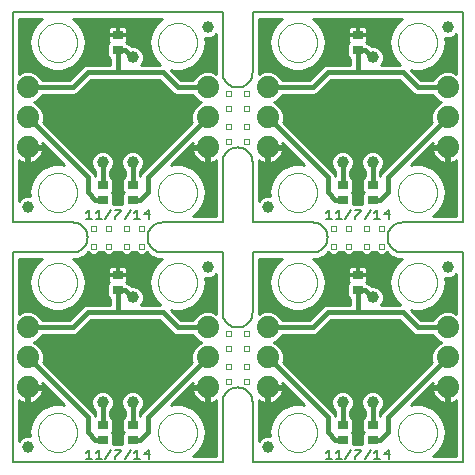
<source format=gtl>
G75*
G70*
%OFA0B0*%
%FSLAX24Y24*%
%IPPOS*%
%LPD*%
%AMOC8*
5,1,8,0,0,1.08239X$1,22.5*
%
%ADD10C,0.0080*%
%ADD11C,0.0000*%
%ADD12C,0.0050*%
%ADD13R,0.0354X0.0276*%
%ADD14C,0.0394*%
%ADD15C,0.0740*%
%ADD16C,0.0160*%
%ADD17C,0.0397*%
%ADD18C,0.0100*%
D10*
X008338Y000501D02*
X015338Y000501D01*
X015338Y002501D01*
X015838Y003001D02*
X015882Y002999D01*
X015925Y002993D01*
X015967Y002984D01*
X016009Y002971D01*
X016049Y002954D01*
X016088Y002934D01*
X016125Y002911D01*
X016159Y002884D01*
X016192Y002855D01*
X016221Y002822D01*
X016248Y002788D01*
X016271Y002751D01*
X016291Y002712D01*
X016308Y002672D01*
X016321Y002630D01*
X016330Y002588D01*
X016336Y002545D01*
X016338Y002501D01*
X016338Y000501D01*
X023338Y000501D01*
X023338Y007501D01*
X021338Y007501D01*
X021294Y007503D01*
X021251Y007509D01*
X021209Y007518D01*
X021167Y007531D01*
X021127Y007548D01*
X021088Y007568D01*
X021051Y007591D01*
X021017Y007618D01*
X020984Y007647D01*
X020955Y007680D01*
X020928Y007714D01*
X020905Y007751D01*
X020885Y007790D01*
X020868Y007830D01*
X020855Y007872D01*
X020846Y007914D01*
X020840Y007957D01*
X020838Y008001D01*
X020840Y008045D01*
X020846Y008088D01*
X020855Y008130D01*
X020868Y008172D01*
X020885Y008212D01*
X020905Y008251D01*
X020928Y008288D01*
X020955Y008322D01*
X020984Y008355D01*
X021017Y008384D01*
X021051Y008411D01*
X021088Y008434D01*
X021127Y008454D01*
X021167Y008471D01*
X021209Y008484D01*
X021251Y008493D01*
X021294Y008499D01*
X021338Y008501D01*
X023338Y008501D01*
X023338Y015501D01*
X016338Y015501D01*
X016338Y013501D01*
X016336Y013457D01*
X016330Y013414D01*
X016321Y013372D01*
X016308Y013330D01*
X016291Y013290D01*
X016271Y013251D01*
X016248Y013214D01*
X016221Y013180D01*
X016192Y013147D01*
X016159Y013118D01*
X016125Y013091D01*
X016088Y013068D01*
X016049Y013048D01*
X016009Y013031D01*
X015967Y013018D01*
X015925Y013009D01*
X015882Y013003D01*
X015838Y013001D01*
X015794Y013003D01*
X015751Y013009D01*
X015709Y013018D01*
X015667Y013031D01*
X015627Y013048D01*
X015588Y013068D01*
X015551Y013091D01*
X015517Y013118D01*
X015484Y013147D01*
X015455Y013180D01*
X015428Y013214D01*
X015405Y013251D01*
X015385Y013290D01*
X015368Y013330D01*
X015355Y013372D01*
X015346Y013414D01*
X015340Y013457D01*
X015338Y013501D01*
X015338Y015501D01*
X008338Y015501D01*
X008338Y008501D01*
X010338Y008501D01*
X010382Y008499D01*
X010425Y008493D01*
X010467Y008484D01*
X010509Y008471D01*
X010549Y008454D01*
X010588Y008434D01*
X010625Y008411D01*
X010659Y008384D01*
X010692Y008355D01*
X010721Y008322D01*
X010748Y008288D01*
X010771Y008251D01*
X010791Y008212D01*
X010808Y008172D01*
X010821Y008130D01*
X010830Y008088D01*
X010836Y008045D01*
X010838Y008001D01*
X010836Y007957D01*
X010830Y007914D01*
X010821Y007872D01*
X010808Y007830D01*
X010791Y007790D01*
X010771Y007751D01*
X010748Y007714D01*
X010721Y007680D01*
X010692Y007647D01*
X010659Y007618D01*
X010625Y007591D01*
X010588Y007568D01*
X010549Y007548D01*
X010509Y007531D01*
X010467Y007518D01*
X010425Y007509D01*
X010382Y007503D01*
X010338Y007501D01*
X008338Y007501D01*
X008338Y000501D01*
X015338Y002501D02*
X015340Y002545D01*
X015346Y002588D01*
X015355Y002630D01*
X015368Y002672D01*
X015385Y002712D01*
X015405Y002751D01*
X015428Y002788D01*
X015455Y002822D01*
X015484Y002855D01*
X015517Y002884D01*
X015551Y002911D01*
X015588Y002934D01*
X015627Y002954D01*
X015667Y002971D01*
X015709Y002984D01*
X015751Y002993D01*
X015794Y002999D01*
X015838Y003001D01*
X015838Y005001D02*
X015794Y005003D01*
X015751Y005009D01*
X015709Y005018D01*
X015667Y005031D01*
X015627Y005048D01*
X015588Y005068D01*
X015551Y005091D01*
X015517Y005118D01*
X015484Y005147D01*
X015455Y005180D01*
X015428Y005214D01*
X015405Y005251D01*
X015385Y005290D01*
X015368Y005330D01*
X015355Y005372D01*
X015346Y005414D01*
X015340Y005457D01*
X015338Y005501D01*
X015338Y007501D01*
X013338Y007501D01*
X012838Y008001D02*
X012840Y008045D01*
X012846Y008088D01*
X012855Y008130D01*
X012868Y008172D01*
X012885Y008212D01*
X012905Y008251D01*
X012928Y008288D01*
X012955Y008322D01*
X012984Y008355D01*
X013017Y008384D01*
X013051Y008411D01*
X013088Y008434D01*
X013127Y008454D01*
X013167Y008471D01*
X013209Y008484D01*
X013251Y008493D01*
X013294Y008499D01*
X013338Y008501D01*
X015338Y008501D01*
X015338Y010501D01*
X015838Y011001D02*
X015882Y010999D01*
X015925Y010993D01*
X015967Y010984D01*
X016009Y010971D01*
X016049Y010954D01*
X016088Y010934D01*
X016125Y010911D01*
X016159Y010884D01*
X016192Y010855D01*
X016221Y010822D01*
X016248Y010788D01*
X016271Y010751D01*
X016291Y010712D01*
X016308Y010672D01*
X016321Y010630D01*
X016330Y010588D01*
X016336Y010545D01*
X016338Y010501D01*
X016338Y008501D01*
X018338Y008501D01*
X018838Y008001D02*
X018836Y007957D01*
X018830Y007914D01*
X018821Y007872D01*
X018808Y007830D01*
X018791Y007790D01*
X018771Y007751D01*
X018748Y007714D01*
X018721Y007680D01*
X018692Y007647D01*
X018659Y007618D01*
X018625Y007591D01*
X018588Y007568D01*
X018549Y007548D01*
X018509Y007531D01*
X018467Y007518D01*
X018425Y007509D01*
X018382Y007503D01*
X018338Y007501D01*
X016338Y007501D01*
X016338Y005501D01*
X016336Y005457D01*
X016330Y005414D01*
X016321Y005372D01*
X016308Y005330D01*
X016291Y005290D01*
X016271Y005251D01*
X016248Y005214D01*
X016221Y005180D01*
X016192Y005147D01*
X016159Y005118D01*
X016125Y005091D01*
X016088Y005068D01*
X016049Y005048D01*
X016009Y005031D01*
X015967Y005018D01*
X015925Y005009D01*
X015882Y005003D01*
X015838Y005001D01*
X013338Y007501D02*
X013294Y007503D01*
X013251Y007509D01*
X013209Y007518D01*
X013167Y007531D01*
X013127Y007548D01*
X013088Y007568D01*
X013051Y007591D01*
X013017Y007618D01*
X012984Y007647D01*
X012955Y007680D01*
X012928Y007714D01*
X012905Y007751D01*
X012885Y007790D01*
X012868Y007830D01*
X012855Y007872D01*
X012846Y007914D01*
X012840Y007957D01*
X012838Y008001D01*
X018338Y008501D02*
X018382Y008499D01*
X018425Y008493D01*
X018467Y008484D01*
X018509Y008471D01*
X018549Y008454D01*
X018588Y008434D01*
X018625Y008411D01*
X018659Y008384D01*
X018692Y008355D01*
X018721Y008322D01*
X018748Y008288D01*
X018771Y008251D01*
X018791Y008212D01*
X018808Y008172D01*
X018821Y008130D01*
X018830Y008088D01*
X018836Y008045D01*
X018838Y008001D01*
X015838Y011001D02*
X015794Y010999D01*
X015751Y010993D01*
X015709Y010984D01*
X015667Y010971D01*
X015627Y010954D01*
X015588Y010934D01*
X015551Y010911D01*
X015517Y010884D01*
X015484Y010855D01*
X015455Y010822D01*
X015428Y010788D01*
X015405Y010751D01*
X015385Y010712D01*
X015368Y010672D01*
X015355Y010630D01*
X015346Y010588D01*
X015340Y010545D01*
X015338Y010501D01*
D11*
X015440Y011201D02*
X015442Y011220D01*
X015447Y011239D01*
X015457Y011255D01*
X015469Y011270D01*
X015484Y011282D01*
X015500Y011292D01*
X015519Y011297D01*
X015538Y011299D01*
X015557Y011297D01*
X015576Y011292D01*
X015592Y011282D01*
X015607Y011270D01*
X015619Y011255D01*
X015629Y011239D01*
X015634Y011220D01*
X015636Y011201D01*
X015634Y011182D01*
X015629Y011163D01*
X015619Y011147D01*
X015607Y011132D01*
X015592Y011120D01*
X015576Y011110D01*
X015557Y011105D01*
X015538Y011103D01*
X015519Y011105D01*
X015500Y011110D01*
X015484Y011120D01*
X015469Y011132D01*
X015457Y011147D01*
X015447Y011163D01*
X015442Y011182D01*
X015440Y011201D01*
X016040Y011201D02*
X016042Y011220D01*
X016047Y011239D01*
X016057Y011255D01*
X016069Y011270D01*
X016084Y011282D01*
X016100Y011292D01*
X016119Y011297D01*
X016138Y011299D01*
X016157Y011297D01*
X016176Y011292D01*
X016192Y011282D01*
X016207Y011270D01*
X016219Y011255D01*
X016229Y011239D01*
X016234Y011220D01*
X016236Y011201D01*
X016234Y011182D01*
X016229Y011163D01*
X016219Y011147D01*
X016207Y011132D01*
X016192Y011120D01*
X016176Y011110D01*
X016157Y011105D01*
X016138Y011103D01*
X016119Y011105D01*
X016100Y011110D01*
X016084Y011120D01*
X016069Y011132D01*
X016057Y011147D01*
X016047Y011163D01*
X016042Y011182D01*
X016040Y011201D01*
X016040Y011701D02*
X016042Y011720D01*
X016047Y011739D01*
X016057Y011755D01*
X016069Y011770D01*
X016084Y011782D01*
X016100Y011792D01*
X016119Y011797D01*
X016138Y011799D01*
X016157Y011797D01*
X016176Y011792D01*
X016192Y011782D01*
X016207Y011770D01*
X016219Y011755D01*
X016229Y011739D01*
X016234Y011720D01*
X016236Y011701D01*
X016234Y011682D01*
X016229Y011663D01*
X016219Y011647D01*
X016207Y011632D01*
X016192Y011620D01*
X016176Y011610D01*
X016157Y011605D01*
X016138Y011603D01*
X016119Y011605D01*
X016100Y011610D01*
X016084Y011620D01*
X016069Y011632D01*
X016057Y011647D01*
X016047Y011663D01*
X016042Y011682D01*
X016040Y011701D01*
X015440Y011701D02*
X015442Y011720D01*
X015447Y011739D01*
X015457Y011755D01*
X015469Y011770D01*
X015484Y011782D01*
X015500Y011792D01*
X015519Y011797D01*
X015538Y011799D01*
X015557Y011797D01*
X015576Y011792D01*
X015592Y011782D01*
X015607Y011770D01*
X015619Y011755D01*
X015629Y011739D01*
X015634Y011720D01*
X015636Y011701D01*
X015634Y011682D01*
X015629Y011663D01*
X015619Y011647D01*
X015607Y011632D01*
X015592Y011620D01*
X015576Y011610D01*
X015557Y011605D01*
X015538Y011603D01*
X015519Y011605D01*
X015500Y011610D01*
X015484Y011620D01*
X015469Y011632D01*
X015457Y011647D01*
X015447Y011663D01*
X015442Y011682D01*
X015440Y011701D01*
X015440Y012301D02*
X015442Y012320D01*
X015447Y012339D01*
X015457Y012355D01*
X015469Y012370D01*
X015484Y012382D01*
X015500Y012392D01*
X015519Y012397D01*
X015538Y012399D01*
X015557Y012397D01*
X015576Y012392D01*
X015592Y012382D01*
X015607Y012370D01*
X015619Y012355D01*
X015629Y012339D01*
X015634Y012320D01*
X015636Y012301D01*
X015634Y012282D01*
X015629Y012263D01*
X015619Y012247D01*
X015607Y012232D01*
X015592Y012220D01*
X015576Y012210D01*
X015557Y012205D01*
X015538Y012203D01*
X015519Y012205D01*
X015500Y012210D01*
X015484Y012220D01*
X015469Y012232D01*
X015457Y012247D01*
X015447Y012263D01*
X015442Y012282D01*
X015440Y012301D01*
X016040Y012301D02*
X016042Y012320D01*
X016047Y012339D01*
X016057Y012355D01*
X016069Y012370D01*
X016084Y012382D01*
X016100Y012392D01*
X016119Y012397D01*
X016138Y012399D01*
X016157Y012397D01*
X016176Y012392D01*
X016192Y012382D01*
X016207Y012370D01*
X016219Y012355D01*
X016229Y012339D01*
X016234Y012320D01*
X016236Y012301D01*
X016234Y012282D01*
X016229Y012263D01*
X016219Y012247D01*
X016207Y012232D01*
X016192Y012220D01*
X016176Y012210D01*
X016157Y012205D01*
X016138Y012203D01*
X016119Y012205D01*
X016100Y012210D01*
X016084Y012220D01*
X016069Y012232D01*
X016057Y012247D01*
X016047Y012263D01*
X016042Y012282D01*
X016040Y012301D01*
X016040Y012801D02*
X016042Y012820D01*
X016047Y012839D01*
X016057Y012855D01*
X016069Y012870D01*
X016084Y012882D01*
X016100Y012892D01*
X016119Y012897D01*
X016138Y012899D01*
X016157Y012897D01*
X016176Y012892D01*
X016192Y012882D01*
X016207Y012870D01*
X016219Y012855D01*
X016229Y012839D01*
X016234Y012820D01*
X016236Y012801D01*
X016234Y012782D01*
X016229Y012763D01*
X016219Y012747D01*
X016207Y012732D01*
X016192Y012720D01*
X016176Y012710D01*
X016157Y012705D01*
X016138Y012703D01*
X016119Y012705D01*
X016100Y012710D01*
X016084Y012720D01*
X016069Y012732D01*
X016057Y012747D01*
X016047Y012763D01*
X016042Y012782D01*
X016040Y012801D01*
X015440Y012801D02*
X015442Y012820D01*
X015447Y012839D01*
X015457Y012855D01*
X015469Y012870D01*
X015484Y012882D01*
X015500Y012892D01*
X015519Y012897D01*
X015538Y012899D01*
X015557Y012897D01*
X015576Y012892D01*
X015592Y012882D01*
X015607Y012870D01*
X015619Y012855D01*
X015629Y012839D01*
X015634Y012820D01*
X015636Y012801D01*
X015634Y012782D01*
X015629Y012763D01*
X015619Y012747D01*
X015607Y012732D01*
X015592Y012720D01*
X015576Y012710D01*
X015557Y012705D01*
X015538Y012703D01*
X015519Y012705D01*
X015500Y012710D01*
X015484Y012720D01*
X015469Y012732D01*
X015457Y012747D01*
X015447Y012763D01*
X015442Y012782D01*
X015440Y012801D01*
X013188Y014501D02*
X013190Y014551D01*
X013196Y014601D01*
X013206Y014651D01*
X013219Y014699D01*
X013236Y014747D01*
X013257Y014793D01*
X013281Y014837D01*
X013309Y014879D01*
X013340Y014919D01*
X013374Y014956D01*
X013411Y014991D01*
X013450Y015022D01*
X013491Y015051D01*
X013535Y015076D01*
X013581Y015098D01*
X013628Y015116D01*
X013676Y015130D01*
X013725Y015141D01*
X013775Y015148D01*
X013825Y015151D01*
X013876Y015150D01*
X013926Y015145D01*
X013976Y015136D01*
X014024Y015124D01*
X014072Y015107D01*
X014118Y015087D01*
X014163Y015064D01*
X014206Y015037D01*
X014246Y015007D01*
X014284Y014974D01*
X014319Y014938D01*
X014352Y014899D01*
X014381Y014858D01*
X014407Y014815D01*
X014430Y014770D01*
X014449Y014723D01*
X014464Y014675D01*
X014476Y014626D01*
X014484Y014576D01*
X014488Y014526D01*
X014488Y014476D01*
X014484Y014426D01*
X014476Y014376D01*
X014464Y014327D01*
X014449Y014279D01*
X014430Y014232D01*
X014407Y014187D01*
X014381Y014144D01*
X014352Y014103D01*
X014319Y014064D01*
X014284Y014028D01*
X014246Y013995D01*
X014206Y013965D01*
X014163Y013938D01*
X014118Y013915D01*
X014072Y013895D01*
X014024Y013878D01*
X013976Y013866D01*
X013926Y013857D01*
X013876Y013852D01*
X013825Y013851D01*
X013775Y013854D01*
X013725Y013861D01*
X013676Y013872D01*
X013628Y013886D01*
X013581Y013904D01*
X013535Y013926D01*
X013491Y013951D01*
X013450Y013980D01*
X013411Y014011D01*
X013374Y014046D01*
X013340Y014083D01*
X013309Y014123D01*
X013281Y014165D01*
X013257Y014209D01*
X013236Y014255D01*
X013219Y014303D01*
X013206Y014351D01*
X013196Y014401D01*
X013190Y014451D01*
X013188Y014501D01*
X009188Y014501D02*
X009190Y014551D01*
X009196Y014601D01*
X009206Y014651D01*
X009219Y014699D01*
X009236Y014747D01*
X009257Y014793D01*
X009281Y014837D01*
X009309Y014879D01*
X009340Y014919D01*
X009374Y014956D01*
X009411Y014991D01*
X009450Y015022D01*
X009491Y015051D01*
X009535Y015076D01*
X009581Y015098D01*
X009628Y015116D01*
X009676Y015130D01*
X009725Y015141D01*
X009775Y015148D01*
X009825Y015151D01*
X009876Y015150D01*
X009926Y015145D01*
X009976Y015136D01*
X010024Y015124D01*
X010072Y015107D01*
X010118Y015087D01*
X010163Y015064D01*
X010206Y015037D01*
X010246Y015007D01*
X010284Y014974D01*
X010319Y014938D01*
X010352Y014899D01*
X010381Y014858D01*
X010407Y014815D01*
X010430Y014770D01*
X010449Y014723D01*
X010464Y014675D01*
X010476Y014626D01*
X010484Y014576D01*
X010488Y014526D01*
X010488Y014476D01*
X010484Y014426D01*
X010476Y014376D01*
X010464Y014327D01*
X010449Y014279D01*
X010430Y014232D01*
X010407Y014187D01*
X010381Y014144D01*
X010352Y014103D01*
X010319Y014064D01*
X010284Y014028D01*
X010246Y013995D01*
X010206Y013965D01*
X010163Y013938D01*
X010118Y013915D01*
X010072Y013895D01*
X010024Y013878D01*
X009976Y013866D01*
X009926Y013857D01*
X009876Y013852D01*
X009825Y013851D01*
X009775Y013854D01*
X009725Y013861D01*
X009676Y013872D01*
X009628Y013886D01*
X009581Y013904D01*
X009535Y013926D01*
X009491Y013951D01*
X009450Y013980D01*
X009411Y014011D01*
X009374Y014046D01*
X009340Y014083D01*
X009309Y014123D01*
X009281Y014165D01*
X009257Y014209D01*
X009236Y014255D01*
X009219Y014303D01*
X009206Y014351D01*
X009196Y014401D01*
X009190Y014451D01*
X009188Y014501D01*
X017188Y014501D02*
X017190Y014551D01*
X017196Y014601D01*
X017206Y014651D01*
X017219Y014699D01*
X017236Y014747D01*
X017257Y014793D01*
X017281Y014837D01*
X017309Y014879D01*
X017340Y014919D01*
X017374Y014956D01*
X017411Y014991D01*
X017450Y015022D01*
X017491Y015051D01*
X017535Y015076D01*
X017581Y015098D01*
X017628Y015116D01*
X017676Y015130D01*
X017725Y015141D01*
X017775Y015148D01*
X017825Y015151D01*
X017876Y015150D01*
X017926Y015145D01*
X017976Y015136D01*
X018024Y015124D01*
X018072Y015107D01*
X018118Y015087D01*
X018163Y015064D01*
X018206Y015037D01*
X018246Y015007D01*
X018284Y014974D01*
X018319Y014938D01*
X018352Y014899D01*
X018381Y014858D01*
X018407Y014815D01*
X018430Y014770D01*
X018449Y014723D01*
X018464Y014675D01*
X018476Y014626D01*
X018484Y014576D01*
X018488Y014526D01*
X018488Y014476D01*
X018484Y014426D01*
X018476Y014376D01*
X018464Y014327D01*
X018449Y014279D01*
X018430Y014232D01*
X018407Y014187D01*
X018381Y014144D01*
X018352Y014103D01*
X018319Y014064D01*
X018284Y014028D01*
X018246Y013995D01*
X018206Y013965D01*
X018163Y013938D01*
X018118Y013915D01*
X018072Y013895D01*
X018024Y013878D01*
X017976Y013866D01*
X017926Y013857D01*
X017876Y013852D01*
X017825Y013851D01*
X017775Y013854D01*
X017725Y013861D01*
X017676Y013872D01*
X017628Y013886D01*
X017581Y013904D01*
X017535Y013926D01*
X017491Y013951D01*
X017450Y013980D01*
X017411Y014011D01*
X017374Y014046D01*
X017340Y014083D01*
X017309Y014123D01*
X017281Y014165D01*
X017257Y014209D01*
X017236Y014255D01*
X017219Y014303D01*
X017206Y014351D01*
X017196Y014401D01*
X017190Y014451D01*
X017188Y014501D01*
X021188Y014501D02*
X021190Y014551D01*
X021196Y014601D01*
X021206Y014651D01*
X021219Y014699D01*
X021236Y014747D01*
X021257Y014793D01*
X021281Y014837D01*
X021309Y014879D01*
X021340Y014919D01*
X021374Y014956D01*
X021411Y014991D01*
X021450Y015022D01*
X021491Y015051D01*
X021535Y015076D01*
X021581Y015098D01*
X021628Y015116D01*
X021676Y015130D01*
X021725Y015141D01*
X021775Y015148D01*
X021825Y015151D01*
X021876Y015150D01*
X021926Y015145D01*
X021976Y015136D01*
X022024Y015124D01*
X022072Y015107D01*
X022118Y015087D01*
X022163Y015064D01*
X022206Y015037D01*
X022246Y015007D01*
X022284Y014974D01*
X022319Y014938D01*
X022352Y014899D01*
X022381Y014858D01*
X022407Y014815D01*
X022430Y014770D01*
X022449Y014723D01*
X022464Y014675D01*
X022476Y014626D01*
X022484Y014576D01*
X022488Y014526D01*
X022488Y014476D01*
X022484Y014426D01*
X022476Y014376D01*
X022464Y014327D01*
X022449Y014279D01*
X022430Y014232D01*
X022407Y014187D01*
X022381Y014144D01*
X022352Y014103D01*
X022319Y014064D01*
X022284Y014028D01*
X022246Y013995D01*
X022206Y013965D01*
X022163Y013938D01*
X022118Y013915D01*
X022072Y013895D01*
X022024Y013878D01*
X021976Y013866D01*
X021926Y013857D01*
X021876Y013852D01*
X021825Y013851D01*
X021775Y013854D01*
X021725Y013861D01*
X021676Y013872D01*
X021628Y013886D01*
X021581Y013904D01*
X021535Y013926D01*
X021491Y013951D01*
X021450Y013980D01*
X021411Y014011D01*
X021374Y014046D01*
X021340Y014083D01*
X021309Y014123D01*
X021281Y014165D01*
X021257Y014209D01*
X021236Y014255D01*
X021219Y014303D01*
X021206Y014351D01*
X021196Y014401D01*
X021190Y014451D01*
X021188Y014501D01*
X021188Y009501D02*
X021190Y009551D01*
X021196Y009601D01*
X021206Y009651D01*
X021219Y009699D01*
X021236Y009747D01*
X021257Y009793D01*
X021281Y009837D01*
X021309Y009879D01*
X021340Y009919D01*
X021374Y009956D01*
X021411Y009991D01*
X021450Y010022D01*
X021491Y010051D01*
X021535Y010076D01*
X021581Y010098D01*
X021628Y010116D01*
X021676Y010130D01*
X021725Y010141D01*
X021775Y010148D01*
X021825Y010151D01*
X021876Y010150D01*
X021926Y010145D01*
X021976Y010136D01*
X022024Y010124D01*
X022072Y010107D01*
X022118Y010087D01*
X022163Y010064D01*
X022206Y010037D01*
X022246Y010007D01*
X022284Y009974D01*
X022319Y009938D01*
X022352Y009899D01*
X022381Y009858D01*
X022407Y009815D01*
X022430Y009770D01*
X022449Y009723D01*
X022464Y009675D01*
X022476Y009626D01*
X022484Y009576D01*
X022488Y009526D01*
X022488Y009476D01*
X022484Y009426D01*
X022476Y009376D01*
X022464Y009327D01*
X022449Y009279D01*
X022430Y009232D01*
X022407Y009187D01*
X022381Y009144D01*
X022352Y009103D01*
X022319Y009064D01*
X022284Y009028D01*
X022246Y008995D01*
X022206Y008965D01*
X022163Y008938D01*
X022118Y008915D01*
X022072Y008895D01*
X022024Y008878D01*
X021976Y008866D01*
X021926Y008857D01*
X021876Y008852D01*
X021825Y008851D01*
X021775Y008854D01*
X021725Y008861D01*
X021676Y008872D01*
X021628Y008886D01*
X021581Y008904D01*
X021535Y008926D01*
X021491Y008951D01*
X021450Y008980D01*
X021411Y009011D01*
X021374Y009046D01*
X021340Y009083D01*
X021309Y009123D01*
X021281Y009165D01*
X021257Y009209D01*
X021236Y009255D01*
X021219Y009303D01*
X021206Y009351D01*
X021196Y009401D01*
X021190Y009451D01*
X021188Y009501D01*
X017188Y009501D02*
X017190Y009551D01*
X017196Y009601D01*
X017206Y009651D01*
X017219Y009699D01*
X017236Y009747D01*
X017257Y009793D01*
X017281Y009837D01*
X017309Y009879D01*
X017340Y009919D01*
X017374Y009956D01*
X017411Y009991D01*
X017450Y010022D01*
X017491Y010051D01*
X017535Y010076D01*
X017581Y010098D01*
X017628Y010116D01*
X017676Y010130D01*
X017725Y010141D01*
X017775Y010148D01*
X017825Y010151D01*
X017876Y010150D01*
X017926Y010145D01*
X017976Y010136D01*
X018024Y010124D01*
X018072Y010107D01*
X018118Y010087D01*
X018163Y010064D01*
X018206Y010037D01*
X018246Y010007D01*
X018284Y009974D01*
X018319Y009938D01*
X018352Y009899D01*
X018381Y009858D01*
X018407Y009815D01*
X018430Y009770D01*
X018449Y009723D01*
X018464Y009675D01*
X018476Y009626D01*
X018484Y009576D01*
X018488Y009526D01*
X018488Y009476D01*
X018484Y009426D01*
X018476Y009376D01*
X018464Y009327D01*
X018449Y009279D01*
X018430Y009232D01*
X018407Y009187D01*
X018381Y009144D01*
X018352Y009103D01*
X018319Y009064D01*
X018284Y009028D01*
X018246Y008995D01*
X018206Y008965D01*
X018163Y008938D01*
X018118Y008915D01*
X018072Y008895D01*
X018024Y008878D01*
X017976Y008866D01*
X017926Y008857D01*
X017876Y008852D01*
X017825Y008851D01*
X017775Y008854D01*
X017725Y008861D01*
X017676Y008872D01*
X017628Y008886D01*
X017581Y008904D01*
X017535Y008926D01*
X017491Y008951D01*
X017450Y008980D01*
X017411Y009011D01*
X017374Y009046D01*
X017340Y009083D01*
X017309Y009123D01*
X017281Y009165D01*
X017257Y009209D01*
X017236Y009255D01*
X017219Y009303D01*
X017206Y009351D01*
X017196Y009401D01*
X017190Y009451D01*
X017188Y009501D01*
X013188Y009501D02*
X013190Y009551D01*
X013196Y009601D01*
X013206Y009651D01*
X013219Y009699D01*
X013236Y009747D01*
X013257Y009793D01*
X013281Y009837D01*
X013309Y009879D01*
X013340Y009919D01*
X013374Y009956D01*
X013411Y009991D01*
X013450Y010022D01*
X013491Y010051D01*
X013535Y010076D01*
X013581Y010098D01*
X013628Y010116D01*
X013676Y010130D01*
X013725Y010141D01*
X013775Y010148D01*
X013825Y010151D01*
X013876Y010150D01*
X013926Y010145D01*
X013976Y010136D01*
X014024Y010124D01*
X014072Y010107D01*
X014118Y010087D01*
X014163Y010064D01*
X014206Y010037D01*
X014246Y010007D01*
X014284Y009974D01*
X014319Y009938D01*
X014352Y009899D01*
X014381Y009858D01*
X014407Y009815D01*
X014430Y009770D01*
X014449Y009723D01*
X014464Y009675D01*
X014476Y009626D01*
X014484Y009576D01*
X014488Y009526D01*
X014488Y009476D01*
X014484Y009426D01*
X014476Y009376D01*
X014464Y009327D01*
X014449Y009279D01*
X014430Y009232D01*
X014407Y009187D01*
X014381Y009144D01*
X014352Y009103D01*
X014319Y009064D01*
X014284Y009028D01*
X014246Y008995D01*
X014206Y008965D01*
X014163Y008938D01*
X014118Y008915D01*
X014072Y008895D01*
X014024Y008878D01*
X013976Y008866D01*
X013926Y008857D01*
X013876Y008852D01*
X013825Y008851D01*
X013775Y008854D01*
X013725Y008861D01*
X013676Y008872D01*
X013628Y008886D01*
X013581Y008904D01*
X013535Y008926D01*
X013491Y008951D01*
X013450Y008980D01*
X013411Y009011D01*
X013374Y009046D01*
X013340Y009083D01*
X013309Y009123D01*
X013281Y009165D01*
X013257Y009209D01*
X013236Y009255D01*
X013219Y009303D01*
X013206Y009351D01*
X013196Y009401D01*
X013190Y009451D01*
X013188Y009501D01*
X009188Y009501D02*
X009190Y009551D01*
X009196Y009601D01*
X009206Y009651D01*
X009219Y009699D01*
X009236Y009747D01*
X009257Y009793D01*
X009281Y009837D01*
X009309Y009879D01*
X009340Y009919D01*
X009374Y009956D01*
X009411Y009991D01*
X009450Y010022D01*
X009491Y010051D01*
X009535Y010076D01*
X009581Y010098D01*
X009628Y010116D01*
X009676Y010130D01*
X009725Y010141D01*
X009775Y010148D01*
X009825Y010151D01*
X009876Y010150D01*
X009926Y010145D01*
X009976Y010136D01*
X010024Y010124D01*
X010072Y010107D01*
X010118Y010087D01*
X010163Y010064D01*
X010206Y010037D01*
X010246Y010007D01*
X010284Y009974D01*
X010319Y009938D01*
X010352Y009899D01*
X010381Y009858D01*
X010407Y009815D01*
X010430Y009770D01*
X010449Y009723D01*
X010464Y009675D01*
X010476Y009626D01*
X010484Y009576D01*
X010488Y009526D01*
X010488Y009476D01*
X010484Y009426D01*
X010476Y009376D01*
X010464Y009327D01*
X010449Y009279D01*
X010430Y009232D01*
X010407Y009187D01*
X010381Y009144D01*
X010352Y009103D01*
X010319Y009064D01*
X010284Y009028D01*
X010246Y008995D01*
X010206Y008965D01*
X010163Y008938D01*
X010118Y008915D01*
X010072Y008895D01*
X010024Y008878D01*
X009976Y008866D01*
X009926Y008857D01*
X009876Y008852D01*
X009825Y008851D01*
X009775Y008854D01*
X009725Y008861D01*
X009676Y008872D01*
X009628Y008886D01*
X009581Y008904D01*
X009535Y008926D01*
X009491Y008951D01*
X009450Y008980D01*
X009411Y009011D01*
X009374Y009046D01*
X009340Y009083D01*
X009309Y009123D01*
X009281Y009165D01*
X009257Y009209D01*
X009236Y009255D01*
X009219Y009303D01*
X009206Y009351D01*
X009196Y009401D01*
X009190Y009451D01*
X009188Y009501D01*
X010940Y008301D02*
X010942Y008320D01*
X010947Y008339D01*
X010957Y008355D01*
X010969Y008370D01*
X010984Y008382D01*
X011000Y008392D01*
X011019Y008397D01*
X011038Y008399D01*
X011057Y008397D01*
X011076Y008392D01*
X011092Y008382D01*
X011107Y008370D01*
X011119Y008355D01*
X011129Y008339D01*
X011134Y008320D01*
X011136Y008301D01*
X011134Y008282D01*
X011129Y008263D01*
X011119Y008247D01*
X011107Y008232D01*
X011092Y008220D01*
X011076Y008210D01*
X011057Y008205D01*
X011038Y008203D01*
X011019Y008205D01*
X011000Y008210D01*
X010984Y008220D01*
X010969Y008232D01*
X010957Y008247D01*
X010947Y008263D01*
X010942Y008282D01*
X010940Y008301D01*
X011440Y008301D02*
X011442Y008320D01*
X011447Y008339D01*
X011457Y008355D01*
X011469Y008370D01*
X011484Y008382D01*
X011500Y008392D01*
X011519Y008397D01*
X011538Y008399D01*
X011557Y008397D01*
X011576Y008392D01*
X011592Y008382D01*
X011607Y008370D01*
X011619Y008355D01*
X011629Y008339D01*
X011634Y008320D01*
X011636Y008301D01*
X011634Y008282D01*
X011629Y008263D01*
X011619Y008247D01*
X011607Y008232D01*
X011592Y008220D01*
X011576Y008210D01*
X011557Y008205D01*
X011538Y008203D01*
X011519Y008205D01*
X011500Y008210D01*
X011484Y008220D01*
X011469Y008232D01*
X011457Y008247D01*
X011447Y008263D01*
X011442Y008282D01*
X011440Y008301D01*
X012040Y008301D02*
X012042Y008320D01*
X012047Y008339D01*
X012057Y008355D01*
X012069Y008370D01*
X012084Y008382D01*
X012100Y008392D01*
X012119Y008397D01*
X012138Y008399D01*
X012157Y008397D01*
X012176Y008392D01*
X012192Y008382D01*
X012207Y008370D01*
X012219Y008355D01*
X012229Y008339D01*
X012234Y008320D01*
X012236Y008301D01*
X012234Y008282D01*
X012229Y008263D01*
X012219Y008247D01*
X012207Y008232D01*
X012192Y008220D01*
X012176Y008210D01*
X012157Y008205D01*
X012138Y008203D01*
X012119Y008205D01*
X012100Y008210D01*
X012084Y008220D01*
X012069Y008232D01*
X012057Y008247D01*
X012047Y008263D01*
X012042Y008282D01*
X012040Y008301D01*
X012540Y008301D02*
X012542Y008320D01*
X012547Y008339D01*
X012557Y008355D01*
X012569Y008370D01*
X012584Y008382D01*
X012600Y008392D01*
X012619Y008397D01*
X012638Y008399D01*
X012657Y008397D01*
X012676Y008392D01*
X012692Y008382D01*
X012707Y008370D01*
X012719Y008355D01*
X012729Y008339D01*
X012734Y008320D01*
X012736Y008301D01*
X012734Y008282D01*
X012729Y008263D01*
X012719Y008247D01*
X012707Y008232D01*
X012692Y008220D01*
X012676Y008210D01*
X012657Y008205D01*
X012638Y008203D01*
X012619Y008205D01*
X012600Y008210D01*
X012584Y008220D01*
X012569Y008232D01*
X012557Y008247D01*
X012547Y008263D01*
X012542Y008282D01*
X012540Y008301D01*
X012540Y007701D02*
X012542Y007720D01*
X012547Y007739D01*
X012557Y007755D01*
X012569Y007770D01*
X012584Y007782D01*
X012600Y007792D01*
X012619Y007797D01*
X012638Y007799D01*
X012657Y007797D01*
X012676Y007792D01*
X012692Y007782D01*
X012707Y007770D01*
X012719Y007755D01*
X012729Y007739D01*
X012734Y007720D01*
X012736Y007701D01*
X012734Y007682D01*
X012729Y007663D01*
X012719Y007647D01*
X012707Y007632D01*
X012692Y007620D01*
X012676Y007610D01*
X012657Y007605D01*
X012638Y007603D01*
X012619Y007605D01*
X012600Y007610D01*
X012584Y007620D01*
X012569Y007632D01*
X012557Y007647D01*
X012547Y007663D01*
X012542Y007682D01*
X012540Y007701D01*
X012040Y007701D02*
X012042Y007720D01*
X012047Y007739D01*
X012057Y007755D01*
X012069Y007770D01*
X012084Y007782D01*
X012100Y007792D01*
X012119Y007797D01*
X012138Y007799D01*
X012157Y007797D01*
X012176Y007792D01*
X012192Y007782D01*
X012207Y007770D01*
X012219Y007755D01*
X012229Y007739D01*
X012234Y007720D01*
X012236Y007701D01*
X012234Y007682D01*
X012229Y007663D01*
X012219Y007647D01*
X012207Y007632D01*
X012192Y007620D01*
X012176Y007610D01*
X012157Y007605D01*
X012138Y007603D01*
X012119Y007605D01*
X012100Y007610D01*
X012084Y007620D01*
X012069Y007632D01*
X012057Y007647D01*
X012047Y007663D01*
X012042Y007682D01*
X012040Y007701D01*
X011440Y007701D02*
X011442Y007720D01*
X011447Y007739D01*
X011457Y007755D01*
X011469Y007770D01*
X011484Y007782D01*
X011500Y007792D01*
X011519Y007797D01*
X011538Y007799D01*
X011557Y007797D01*
X011576Y007792D01*
X011592Y007782D01*
X011607Y007770D01*
X011619Y007755D01*
X011629Y007739D01*
X011634Y007720D01*
X011636Y007701D01*
X011634Y007682D01*
X011629Y007663D01*
X011619Y007647D01*
X011607Y007632D01*
X011592Y007620D01*
X011576Y007610D01*
X011557Y007605D01*
X011538Y007603D01*
X011519Y007605D01*
X011500Y007610D01*
X011484Y007620D01*
X011469Y007632D01*
X011457Y007647D01*
X011447Y007663D01*
X011442Y007682D01*
X011440Y007701D01*
X010940Y007701D02*
X010942Y007720D01*
X010947Y007739D01*
X010957Y007755D01*
X010969Y007770D01*
X010984Y007782D01*
X011000Y007792D01*
X011019Y007797D01*
X011038Y007799D01*
X011057Y007797D01*
X011076Y007792D01*
X011092Y007782D01*
X011107Y007770D01*
X011119Y007755D01*
X011129Y007739D01*
X011134Y007720D01*
X011136Y007701D01*
X011134Y007682D01*
X011129Y007663D01*
X011119Y007647D01*
X011107Y007632D01*
X011092Y007620D01*
X011076Y007610D01*
X011057Y007605D01*
X011038Y007603D01*
X011019Y007605D01*
X011000Y007610D01*
X010984Y007620D01*
X010969Y007632D01*
X010957Y007647D01*
X010947Y007663D01*
X010942Y007682D01*
X010940Y007701D01*
X009188Y006501D02*
X009190Y006551D01*
X009196Y006601D01*
X009206Y006651D01*
X009219Y006699D01*
X009236Y006747D01*
X009257Y006793D01*
X009281Y006837D01*
X009309Y006879D01*
X009340Y006919D01*
X009374Y006956D01*
X009411Y006991D01*
X009450Y007022D01*
X009491Y007051D01*
X009535Y007076D01*
X009581Y007098D01*
X009628Y007116D01*
X009676Y007130D01*
X009725Y007141D01*
X009775Y007148D01*
X009825Y007151D01*
X009876Y007150D01*
X009926Y007145D01*
X009976Y007136D01*
X010024Y007124D01*
X010072Y007107D01*
X010118Y007087D01*
X010163Y007064D01*
X010206Y007037D01*
X010246Y007007D01*
X010284Y006974D01*
X010319Y006938D01*
X010352Y006899D01*
X010381Y006858D01*
X010407Y006815D01*
X010430Y006770D01*
X010449Y006723D01*
X010464Y006675D01*
X010476Y006626D01*
X010484Y006576D01*
X010488Y006526D01*
X010488Y006476D01*
X010484Y006426D01*
X010476Y006376D01*
X010464Y006327D01*
X010449Y006279D01*
X010430Y006232D01*
X010407Y006187D01*
X010381Y006144D01*
X010352Y006103D01*
X010319Y006064D01*
X010284Y006028D01*
X010246Y005995D01*
X010206Y005965D01*
X010163Y005938D01*
X010118Y005915D01*
X010072Y005895D01*
X010024Y005878D01*
X009976Y005866D01*
X009926Y005857D01*
X009876Y005852D01*
X009825Y005851D01*
X009775Y005854D01*
X009725Y005861D01*
X009676Y005872D01*
X009628Y005886D01*
X009581Y005904D01*
X009535Y005926D01*
X009491Y005951D01*
X009450Y005980D01*
X009411Y006011D01*
X009374Y006046D01*
X009340Y006083D01*
X009309Y006123D01*
X009281Y006165D01*
X009257Y006209D01*
X009236Y006255D01*
X009219Y006303D01*
X009206Y006351D01*
X009196Y006401D01*
X009190Y006451D01*
X009188Y006501D01*
X013188Y006501D02*
X013190Y006551D01*
X013196Y006601D01*
X013206Y006651D01*
X013219Y006699D01*
X013236Y006747D01*
X013257Y006793D01*
X013281Y006837D01*
X013309Y006879D01*
X013340Y006919D01*
X013374Y006956D01*
X013411Y006991D01*
X013450Y007022D01*
X013491Y007051D01*
X013535Y007076D01*
X013581Y007098D01*
X013628Y007116D01*
X013676Y007130D01*
X013725Y007141D01*
X013775Y007148D01*
X013825Y007151D01*
X013876Y007150D01*
X013926Y007145D01*
X013976Y007136D01*
X014024Y007124D01*
X014072Y007107D01*
X014118Y007087D01*
X014163Y007064D01*
X014206Y007037D01*
X014246Y007007D01*
X014284Y006974D01*
X014319Y006938D01*
X014352Y006899D01*
X014381Y006858D01*
X014407Y006815D01*
X014430Y006770D01*
X014449Y006723D01*
X014464Y006675D01*
X014476Y006626D01*
X014484Y006576D01*
X014488Y006526D01*
X014488Y006476D01*
X014484Y006426D01*
X014476Y006376D01*
X014464Y006327D01*
X014449Y006279D01*
X014430Y006232D01*
X014407Y006187D01*
X014381Y006144D01*
X014352Y006103D01*
X014319Y006064D01*
X014284Y006028D01*
X014246Y005995D01*
X014206Y005965D01*
X014163Y005938D01*
X014118Y005915D01*
X014072Y005895D01*
X014024Y005878D01*
X013976Y005866D01*
X013926Y005857D01*
X013876Y005852D01*
X013825Y005851D01*
X013775Y005854D01*
X013725Y005861D01*
X013676Y005872D01*
X013628Y005886D01*
X013581Y005904D01*
X013535Y005926D01*
X013491Y005951D01*
X013450Y005980D01*
X013411Y006011D01*
X013374Y006046D01*
X013340Y006083D01*
X013309Y006123D01*
X013281Y006165D01*
X013257Y006209D01*
X013236Y006255D01*
X013219Y006303D01*
X013206Y006351D01*
X013196Y006401D01*
X013190Y006451D01*
X013188Y006501D01*
X017188Y006501D02*
X017190Y006551D01*
X017196Y006601D01*
X017206Y006651D01*
X017219Y006699D01*
X017236Y006747D01*
X017257Y006793D01*
X017281Y006837D01*
X017309Y006879D01*
X017340Y006919D01*
X017374Y006956D01*
X017411Y006991D01*
X017450Y007022D01*
X017491Y007051D01*
X017535Y007076D01*
X017581Y007098D01*
X017628Y007116D01*
X017676Y007130D01*
X017725Y007141D01*
X017775Y007148D01*
X017825Y007151D01*
X017876Y007150D01*
X017926Y007145D01*
X017976Y007136D01*
X018024Y007124D01*
X018072Y007107D01*
X018118Y007087D01*
X018163Y007064D01*
X018206Y007037D01*
X018246Y007007D01*
X018284Y006974D01*
X018319Y006938D01*
X018352Y006899D01*
X018381Y006858D01*
X018407Y006815D01*
X018430Y006770D01*
X018449Y006723D01*
X018464Y006675D01*
X018476Y006626D01*
X018484Y006576D01*
X018488Y006526D01*
X018488Y006476D01*
X018484Y006426D01*
X018476Y006376D01*
X018464Y006327D01*
X018449Y006279D01*
X018430Y006232D01*
X018407Y006187D01*
X018381Y006144D01*
X018352Y006103D01*
X018319Y006064D01*
X018284Y006028D01*
X018246Y005995D01*
X018206Y005965D01*
X018163Y005938D01*
X018118Y005915D01*
X018072Y005895D01*
X018024Y005878D01*
X017976Y005866D01*
X017926Y005857D01*
X017876Y005852D01*
X017825Y005851D01*
X017775Y005854D01*
X017725Y005861D01*
X017676Y005872D01*
X017628Y005886D01*
X017581Y005904D01*
X017535Y005926D01*
X017491Y005951D01*
X017450Y005980D01*
X017411Y006011D01*
X017374Y006046D01*
X017340Y006083D01*
X017309Y006123D01*
X017281Y006165D01*
X017257Y006209D01*
X017236Y006255D01*
X017219Y006303D01*
X017206Y006351D01*
X017196Y006401D01*
X017190Y006451D01*
X017188Y006501D01*
X018940Y007701D02*
X018942Y007720D01*
X018947Y007739D01*
X018957Y007755D01*
X018969Y007770D01*
X018984Y007782D01*
X019000Y007792D01*
X019019Y007797D01*
X019038Y007799D01*
X019057Y007797D01*
X019076Y007792D01*
X019092Y007782D01*
X019107Y007770D01*
X019119Y007755D01*
X019129Y007739D01*
X019134Y007720D01*
X019136Y007701D01*
X019134Y007682D01*
X019129Y007663D01*
X019119Y007647D01*
X019107Y007632D01*
X019092Y007620D01*
X019076Y007610D01*
X019057Y007605D01*
X019038Y007603D01*
X019019Y007605D01*
X019000Y007610D01*
X018984Y007620D01*
X018969Y007632D01*
X018957Y007647D01*
X018947Y007663D01*
X018942Y007682D01*
X018940Y007701D01*
X019440Y007701D02*
X019442Y007720D01*
X019447Y007739D01*
X019457Y007755D01*
X019469Y007770D01*
X019484Y007782D01*
X019500Y007792D01*
X019519Y007797D01*
X019538Y007799D01*
X019557Y007797D01*
X019576Y007792D01*
X019592Y007782D01*
X019607Y007770D01*
X019619Y007755D01*
X019629Y007739D01*
X019634Y007720D01*
X019636Y007701D01*
X019634Y007682D01*
X019629Y007663D01*
X019619Y007647D01*
X019607Y007632D01*
X019592Y007620D01*
X019576Y007610D01*
X019557Y007605D01*
X019538Y007603D01*
X019519Y007605D01*
X019500Y007610D01*
X019484Y007620D01*
X019469Y007632D01*
X019457Y007647D01*
X019447Y007663D01*
X019442Y007682D01*
X019440Y007701D01*
X020040Y007701D02*
X020042Y007720D01*
X020047Y007739D01*
X020057Y007755D01*
X020069Y007770D01*
X020084Y007782D01*
X020100Y007792D01*
X020119Y007797D01*
X020138Y007799D01*
X020157Y007797D01*
X020176Y007792D01*
X020192Y007782D01*
X020207Y007770D01*
X020219Y007755D01*
X020229Y007739D01*
X020234Y007720D01*
X020236Y007701D01*
X020234Y007682D01*
X020229Y007663D01*
X020219Y007647D01*
X020207Y007632D01*
X020192Y007620D01*
X020176Y007610D01*
X020157Y007605D01*
X020138Y007603D01*
X020119Y007605D01*
X020100Y007610D01*
X020084Y007620D01*
X020069Y007632D01*
X020057Y007647D01*
X020047Y007663D01*
X020042Y007682D01*
X020040Y007701D01*
X020540Y007701D02*
X020542Y007720D01*
X020547Y007739D01*
X020557Y007755D01*
X020569Y007770D01*
X020584Y007782D01*
X020600Y007792D01*
X020619Y007797D01*
X020638Y007799D01*
X020657Y007797D01*
X020676Y007792D01*
X020692Y007782D01*
X020707Y007770D01*
X020719Y007755D01*
X020729Y007739D01*
X020734Y007720D01*
X020736Y007701D01*
X020734Y007682D01*
X020729Y007663D01*
X020719Y007647D01*
X020707Y007632D01*
X020692Y007620D01*
X020676Y007610D01*
X020657Y007605D01*
X020638Y007603D01*
X020619Y007605D01*
X020600Y007610D01*
X020584Y007620D01*
X020569Y007632D01*
X020557Y007647D01*
X020547Y007663D01*
X020542Y007682D01*
X020540Y007701D01*
X020540Y008301D02*
X020542Y008320D01*
X020547Y008339D01*
X020557Y008355D01*
X020569Y008370D01*
X020584Y008382D01*
X020600Y008392D01*
X020619Y008397D01*
X020638Y008399D01*
X020657Y008397D01*
X020676Y008392D01*
X020692Y008382D01*
X020707Y008370D01*
X020719Y008355D01*
X020729Y008339D01*
X020734Y008320D01*
X020736Y008301D01*
X020734Y008282D01*
X020729Y008263D01*
X020719Y008247D01*
X020707Y008232D01*
X020692Y008220D01*
X020676Y008210D01*
X020657Y008205D01*
X020638Y008203D01*
X020619Y008205D01*
X020600Y008210D01*
X020584Y008220D01*
X020569Y008232D01*
X020557Y008247D01*
X020547Y008263D01*
X020542Y008282D01*
X020540Y008301D01*
X020040Y008301D02*
X020042Y008320D01*
X020047Y008339D01*
X020057Y008355D01*
X020069Y008370D01*
X020084Y008382D01*
X020100Y008392D01*
X020119Y008397D01*
X020138Y008399D01*
X020157Y008397D01*
X020176Y008392D01*
X020192Y008382D01*
X020207Y008370D01*
X020219Y008355D01*
X020229Y008339D01*
X020234Y008320D01*
X020236Y008301D01*
X020234Y008282D01*
X020229Y008263D01*
X020219Y008247D01*
X020207Y008232D01*
X020192Y008220D01*
X020176Y008210D01*
X020157Y008205D01*
X020138Y008203D01*
X020119Y008205D01*
X020100Y008210D01*
X020084Y008220D01*
X020069Y008232D01*
X020057Y008247D01*
X020047Y008263D01*
X020042Y008282D01*
X020040Y008301D01*
X019440Y008301D02*
X019442Y008320D01*
X019447Y008339D01*
X019457Y008355D01*
X019469Y008370D01*
X019484Y008382D01*
X019500Y008392D01*
X019519Y008397D01*
X019538Y008399D01*
X019557Y008397D01*
X019576Y008392D01*
X019592Y008382D01*
X019607Y008370D01*
X019619Y008355D01*
X019629Y008339D01*
X019634Y008320D01*
X019636Y008301D01*
X019634Y008282D01*
X019629Y008263D01*
X019619Y008247D01*
X019607Y008232D01*
X019592Y008220D01*
X019576Y008210D01*
X019557Y008205D01*
X019538Y008203D01*
X019519Y008205D01*
X019500Y008210D01*
X019484Y008220D01*
X019469Y008232D01*
X019457Y008247D01*
X019447Y008263D01*
X019442Y008282D01*
X019440Y008301D01*
X018940Y008301D02*
X018942Y008320D01*
X018947Y008339D01*
X018957Y008355D01*
X018969Y008370D01*
X018984Y008382D01*
X019000Y008392D01*
X019019Y008397D01*
X019038Y008399D01*
X019057Y008397D01*
X019076Y008392D01*
X019092Y008382D01*
X019107Y008370D01*
X019119Y008355D01*
X019129Y008339D01*
X019134Y008320D01*
X019136Y008301D01*
X019134Y008282D01*
X019129Y008263D01*
X019119Y008247D01*
X019107Y008232D01*
X019092Y008220D01*
X019076Y008210D01*
X019057Y008205D01*
X019038Y008203D01*
X019019Y008205D01*
X019000Y008210D01*
X018984Y008220D01*
X018969Y008232D01*
X018957Y008247D01*
X018947Y008263D01*
X018942Y008282D01*
X018940Y008301D01*
X021188Y006501D02*
X021190Y006551D01*
X021196Y006601D01*
X021206Y006651D01*
X021219Y006699D01*
X021236Y006747D01*
X021257Y006793D01*
X021281Y006837D01*
X021309Y006879D01*
X021340Y006919D01*
X021374Y006956D01*
X021411Y006991D01*
X021450Y007022D01*
X021491Y007051D01*
X021535Y007076D01*
X021581Y007098D01*
X021628Y007116D01*
X021676Y007130D01*
X021725Y007141D01*
X021775Y007148D01*
X021825Y007151D01*
X021876Y007150D01*
X021926Y007145D01*
X021976Y007136D01*
X022024Y007124D01*
X022072Y007107D01*
X022118Y007087D01*
X022163Y007064D01*
X022206Y007037D01*
X022246Y007007D01*
X022284Y006974D01*
X022319Y006938D01*
X022352Y006899D01*
X022381Y006858D01*
X022407Y006815D01*
X022430Y006770D01*
X022449Y006723D01*
X022464Y006675D01*
X022476Y006626D01*
X022484Y006576D01*
X022488Y006526D01*
X022488Y006476D01*
X022484Y006426D01*
X022476Y006376D01*
X022464Y006327D01*
X022449Y006279D01*
X022430Y006232D01*
X022407Y006187D01*
X022381Y006144D01*
X022352Y006103D01*
X022319Y006064D01*
X022284Y006028D01*
X022246Y005995D01*
X022206Y005965D01*
X022163Y005938D01*
X022118Y005915D01*
X022072Y005895D01*
X022024Y005878D01*
X021976Y005866D01*
X021926Y005857D01*
X021876Y005852D01*
X021825Y005851D01*
X021775Y005854D01*
X021725Y005861D01*
X021676Y005872D01*
X021628Y005886D01*
X021581Y005904D01*
X021535Y005926D01*
X021491Y005951D01*
X021450Y005980D01*
X021411Y006011D01*
X021374Y006046D01*
X021340Y006083D01*
X021309Y006123D01*
X021281Y006165D01*
X021257Y006209D01*
X021236Y006255D01*
X021219Y006303D01*
X021206Y006351D01*
X021196Y006401D01*
X021190Y006451D01*
X021188Y006501D01*
X016040Y004801D02*
X016042Y004820D01*
X016047Y004839D01*
X016057Y004855D01*
X016069Y004870D01*
X016084Y004882D01*
X016100Y004892D01*
X016119Y004897D01*
X016138Y004899D01*
X016157Y004897D01*
X016176Y004892D01*
X016192Y004882D01*
X016207Y004870D01*
X016219Y004855D01*
X016229Y004839D01*
X016234Y004820D01*
X016236Y004801D01*
X016234Y004782D01*
X016229Y004763D01*
X016219Y004747D01*
X016207Y004732D01*
X016192Y004720D01*
X016176Y004710D01*
X016157Y004705D01*
X016138Y004703D01*
X016119Y004705D01*
X016100Y004710D01*
X016084Y004720D01*
X016069Y004732D01*
X016057Y004747D01*
X016047Y004763D01*
X016042Y004782D01*
X016040Y004801D01*
X015440Y004801D02*
X015442Y004820D01*
X015447Y004839D01*
X015457Y004855D01*
X015469Y004870D01*
X015484Y004882D01*
X015500Y004892D01*
X015519Y004897D01*
X015538Y004899D01*
X015557Y004897D01*
X015576Y004892D01*
X015592Y004882D01*
X015607Y004870D01*
X015619Y004855D01*
X015629Y004839D01*
X015634Y004820D01*
X015636Y004801D01*
X015634Y004782D01*
X015629Y004763D01*
X015619Y004747D01*
X015607Y004732D01*
X015592Y004720D01*
X015576Y004710D01*
X015557Y004705D01*
X015538Y004703D01*
X015519Y004705D01*
X015500Y004710D01*
X015484Y004720D01*
X015469Y004732D01*
X015457Y004747D01*
X015447Y004763D01*
X015442Y004782D01*
X015440Y004801D01*
X015440Y004301D02*
X015442Y004320D01*
X015447Y004339D01*
X015457Y004355D01*
X015469Y004370D01*
X015484Y004382D01*
X015500Y004392D01*
X015519Y004397D01*
X015538Y004399D01*
X015557Y004397D01*
X015576Y004392D01*
X015592Y004382D01*
X015607Y004370D01*
X015619Y004355D01*
X015629Y004339D01*
X015634Y004320D01*
X015636Y004301D01*
X015634Y004282D01*
X015629Y004263D01*
X015619Y004247D01*
X015607Y004232D01*
X015592Y004220D01*
X015576Y004210D01*
X015557Y004205D01*
X015538Y004203D01*
X015519Y004205D01*
X015500Y004210D01*
X015484Y004220D01*
X015469Y004232D01*
X015457Y004247D01*
X015447Y004263D01*
X015442Y004282D01*
X015440Y004301D01*
X016040Y004301D02*
X016042Y004320D01*
X016047Y004339D01*
X016057Y004355D01*
X016069Y004370D01*
X016084Y004382D01*
X016100Y004392D01*
X016119Y004397D01*
X016138Y004399D01*
X016157Y004397D01*
X016176Y004392D01*
X016192Y004382D01*
X016207Y004370D01*
X016219Y004355D01*
X016229Y004339D01*
X016234Y004320D01*
X016236Y004301D01*
X016234Y004282D01*
X016229Y004263D01*
X016219Y004247D01*
X016207Y004232D01*
X016192Y004220D01*
X016176Y004210D01*
X016157Y004205D01*
X016138Y004203D01*
X016119Y004205D01*
X016100Y004210D01*
X016084Y004220D01*
X016069Y004232D01*
X016057Y004247D01*
X016047Y004263D01*
X016042Y004282D01*
X016040Y004301D01*
X016040Y003701D02*
X016042Y003720D01*
X016047Y003739D01*
X016057Y003755D01*
X016069Y003770D01*
X016084Y003782D01*
X016100Y003792D01*
X016119Y003797D01*
X016138Y003799D01*
X016157Y003797D01*
X016176Y003792D01*
X016192Y003782D01*
X016207Y003770D01*
X016219Y003755D01*
X016229Y003739D01*
X016234Y003720D01*
X016236Y003701D01*
X016234Y003682D01*
X016229Y003663D01*
X016219Y003647D01*
X016207Y003632D01*
X016192Y003620D01*
X016176Y003610D01*
X016157Y003605D01*
X016138Y003603D01*
X016119Y003605D01*
X016100Y003610D01*
X016084Y003620D01*
X016069Y003632D01*
X016057Y003647D01*
X016047Y003663D01*
X016042Y003682D01*
X016040Y003701D01*
X015440Y003701D02*
X015442Y003720D01*
X015447Y003739D01*
X015457Y003755D01*
X015469Y003770D01*
X015484Y003782D01*
X015500Y003792D01*
X015519Y003797D01*
X015538Y003799D01*
X015557Y003797D01*
X015576Y003792D01*
X015592Y003782D01*
X015607Y003770D01*
X015619Y003755D01*
X015629Y003739D01*
X015634Y003720D01*
X015636Y003701D01*
X015634Y003682D01*
X015629Y003663D01*
X015619Y003647D01*
X015607Y003632D01*
X015592Y003620D01*
X015576Y003610D01*
X015557Y003605D01*
X015538Y003603D01*
X015519Y003605D01*
X015500Y003610D01*
X015484Y003620D01*
X015469Y003632D01*
X015457Y003647D01*
X015447Y003663D01*
X015442Y003682D01*
X015440Y003701D01*
X015440Y003201D02*
X015442Y003220D01*
X015447Y003239D01*
X015457Y003255D01*
X015469Y003270D01*
X015484Y003282D01*
X015500Y003292D01*
X015519Y003297D01*
X015538Y003299D01*
X015557Y003297D01*
X015576Y003292D01*
X015592Y003282D01*
X015607Y003270D01*
X015619Y003255D01*
X015629Y003239D01*
X015634Y003220D01*
X015636Y003201D01*
X015634Y003182D01*
X015629Y003163D01*
X015619Y003147D01*
X015607Y003132D01*
X015592Y003120D01*
X015576Y003110D01*
X015557Y003105D01*
X015538Y003103D01*
X015519Y003105D01*
X015500Y003110D01*
X015484Y003120D01*
X015469Y003132D01*
X015457Y003147D01*
X015447Y003163D01*
X015442Y003182D01*
X015440Y003201D01*
X016040Y003201D02*
X016042Y003220D01*
X016047Y003239D01*
X016057Y003255D01*
X016069Y003270D01*
X016084Y003282D01*
X016100Y003292D01*
X016119Y003297D01*
X016138Y003299D01*
X016157Y003297D01*
X016176Y003292D01*
X016192Y003282D01*
X016207Y003270D01*
X016219Y003255D01*
X016229Y003239D01*
X016234Y003220D01*
X016236Y003201D01*
X016234Y003182D01*
X016229Y003163D01*
X016219Y003147D01*
X016207Y003132D01*
X016192Y003120D01*
X016176Y003110D01*
X016157Y003105D01*
X016138Y003103D01*
X016119Y003105D01*
X016100Y003110D01*
X016084Y003120D01*
X016069Y003132D01*
X016057Y003147D01*
X016047Y003163D01*
X016042Y003182D01*
X016040Y003201D01*
X017188Y001501D02*
X017190Y001551D01*
X017196Y001601D01*
X017206Y001651D01*
X017219Y001699D01*
X017236Y001747D01*
X017257Y001793D01*
X017281Y001837D01*
X017309Y001879D01*
X017340Y001919D01*
X017374Y001956D01*
X017411Y001991D01*
X017450Y002022D01*
X017491Y002051D01*
X017535Y002076D01*
X017581Y002098D01*
X017628Y002116D01*
X017676Y002130D01*
X017725Y002141D01*
X017775Y002148D01*
X017825Y002151D01*
X017876Y002150D01*
X017926Y002145D01*
X017976Y002136D01*
X018024Y002124D01*
X018072Y002107D01*
X018118Y002087D01*
X018163Y002064D01*
X018206Y002037D01*
X018246Y002007D01*
X018284Y001974D01*
X018319Y001938D01*
X018352Y001899D01*
X018381Y001858D01*
X018407Y001815D01*
X018430Y001770D01*
X018449Y001723D01*
X018464Y001675D01*
X018476Y001626D01*
X018484Y001576D01*
X018488Y001526D01*
X018488Y001476D01*
X018484Y001426D01*
X018476Y001376D01*
X018464Y001327D01*
X018449Y001279D01*
X018430Y001232D01*
X018407Y001187D01*
X018381Y001144D01*
X018352Y001103D01*
X018319Y001064D01*
X018284Y001028D01*
X018246Y000995D01*
X018206Y000965D01*
X018163Y000938D01*
X018118Y000915D01*
X018072Y000895D01*
X018024Y000878D01*
X017976Y000866D01*
X017926Y000857D01*
X017876Y000852D01*
X017825Y000851D01*
X017775Y000854D01*
X017725Y000861D01*
X017676Y000872D01*
X017628Y000886D01*
X017581Y000904D01*
X017535Y000926D01*
X017491Y000951D01*
X017450Y000980D01*
X017411Y001011D01*
X017374Y001046D01*
X017340Y001083D01*
X017309Y001123D01*
X017281Y001165D01*
X017257Y001209D01*
X017236Y001255D01*
X017219Y001303D01*
X017206Y001351D01*
X017196Y001401D01*
X017190Y001451D01*
X017188Y001501D01*
X013188Y001501D02*
X013190Y001551D01*
X013196Y001601D01*
X013206Y001651D01*
X013219Y001699D01*
X013236Y001747D01*
X013257Y001793D01*
X013281Y001837D01*
X013309Y001879D01*
X013340Y001919D01*
X013374Y001956D01*
X013411Y001991D01*
X013450Y002022D01*
X013491Y002051D01*
X013535Y002076D01*
X013581Y002098D01*
X013628Y002116D01*
X013676Y002130D01*
X013725Y002141D01*
X013775Y002148D01*
X013825Y002151D01*
X013876Y002150D01*
X013926Y002145D01*
X013976Y002136D01*
X014024Y002124D01*
X014072Y002107D01*
X014118Y002087D01*
X014163Y002064D01*
X014206Y002037D01*
X014246Y002007D01*
X014284Y001974D01*
X014319Y001938D01*
X014352Y001899D01*
X014381Y001858D01*
X014407Y001815D01*
X014430Y001770D01*
X014449Y001723D01*
X014464Y001675D01*
X014476Y001626D01*
X014484Y001576D01*
X014488Y001526D01*
X014488Y001476D01*
X014484Y001426D01*
X014476Y001376D01*
X014464Y001327D01*
X014449Y001279D01*
X014430Y001232D01*
X014407Y001187D01*
X014381Y001144D01*
X014352Y001103D01*
X014319Y001064D01*
X014284Y001028D01*
X014246Y000995D01*
X014206Y000965D01*
X014163Y000938D01*
X014118Y000915D01*
X014072Y000895D01*
X014024Y000878D01*
X013976Y000866D01*
X013926Y000857D01*
X013876Y000852D01*
X013825Y000851D01*
X013775Y000854D01*
X013725Y000861D01*
X013676Y000872D01*
X013628Y000886D01*
X013581Y000904D01*
X013535Y000926D01*
X013491Y000951D01*
X013450Y000980D01*
X013411Y001011D01*
X013374Y001046D01*
X013340Y001083D01*
X013309Y001123D01*
X013281Y001165D01*
X013257Y001209D01*
X013236Y001255D01*
X013219Y001303D01*
X013206Y001351D01*
X013196Y001401D01*
X013190Y001451D01*
X013188Y001501D01*
X009188Y001501D02*
X009190Y001551D01*
X009196Y001601D01*
X009206Y001651D01*
X009219Y001699D01*
X009236Y001747D01*
X009257Y001793D01*
X009281Y001837D01*
X009309Y001879D01*
X009340Y001919D01*
X009374Y001956D01*
X009411Y001991D01*
X009450Y002022D01*
X009491Y002051D01*
X009535Y002076D01*
X009581Y002098D01*
X009628Y002116D01*
X009676Y002130D01*
X009725Y002141D01*
X009775Y002148D01*
X009825Y002151D01*
X009876Y002150D01*
X009926Y002145D01*
X009976Y002136D01*
X010024Y002124D01*
X010072Y002107D01*
X010118Y002087D01*
X010163Y002064D01*
X010206Y002037D01*
X010246Y002007D01*
X010284Y001974D01*
X010319Y001938D01*
X010352Y001899D01*
X010381Y001858D01*
X010407Y001815D01*
X010430Y001770D01*
X010449Y001723D01*
X010464Y001675D01*
X010476Y001626D01*
X010484Y001576D01*
X010488Y001526D01*
X010488Y001476D01*
X010484Y001426D01*
X010476Y001376D01*
X010464Y001327D01*
X010449Y001279D01*
X010430Y001232D01*
X010407Y001187D01*
X010381Y001144D01*
X010352Y001103D01*
X010319Y001064D01*
X010284Y001028D01*
X010246Y000995D01*
X010206Y000965D01*
X010163Y000938D01*
X010118Y000915D01*
X010072Y000895D01*
X010024Y000878D01*
X009976Y000866D01*
X009926Y000857D01*
X009876Y000852D01*
X009825Y000851D01*
X009775Y000854D01*
X009725Y000861D01*
X009676Y000872D01*
X009628Y000886D01*
X009581Y000904D01*
X009535Y000926D01*
X009491Y000951D01*
X009450Y000980D01*
X009411Y001011D01*
X009374Y001046D01*
X009340Y001083D01*
X009309Y001123D01*
X009281Y001165D01*
X009257Y001209D01*
X009236Y001255D01*
X009219Y001303D01*
X009206Y001351D01*
X009196Y001401D01*
X009190Y001451D01*
X009188Y001501D01*
X021188Y001501D02*
X021190Y001551D01*
X021196Y001601D01*
X021206Y001651D01*
X021219Y001699D01*
X021236Y001747D01*
X021257Y001793D01*
X021281Y001837D01*
X021309Y001879D01*
X021340Y001919D01*
X021374Y001956D01*
X021411Y001991D01*
X021450Y002022D01*
X021491Y002051D01*
X021535Y002076D01*
X021581Y002098D01*
X021628Y002116D01*
X021676Y002130D01*
X021725Y002141D01*
X021775Y002148D01*
X021825Y002151D01*
X021876Y002150D01*
X021926Y002145D01*
X021976Y002136D01*
X022024Y002124D01*
X022072Y002107D01*
X022118Y002087D01*
X022163Y002064D01*
X022206Y002037D01*
X022246Y002007D01*
X022284Y001974D01*
X022319Y001938D01*
X022352Y001899D01*
X022381Y001858D01*
X022407Y001815D01*
X022430Y001770D01*
X022449Y001723D01*
X022464Y001675D01*
X022476Y001626D01*
X022484Y001576D01*
X022488Y001526D01*
X022488Y001476D01*
X022484Y001426D01*
X022476Y001376D01*
X022464Y001327D01*
X022449Y001279D01*
X022430Y001232D01*
X022407Y001187D01*
X022381Y001144D01*
X022352Y001103D01*
X022319Y001064D01*
X022284Y001028D01*
X022246Y000995D01*
X022206Y000965D01*
X022163Y000938D01*
X022118Y000915D01*
X022072Y000895D01*
X022024Y000878D01*
X021976Y000866D01*
X021926Y000857D01*
X021876Y000852D01*
X021825Y000851D01*
X021775Y000854D01*
X021725Y000861D01*
X021676Y000872D01*
X021628Y000886D01*
X021581Y000904D01*
X021535Y000926D01*
X021491Y000951D01*
X021450Y000980D01*
X021411Y001011D01*
X021374Y001046D01*
X021340Y001083D01*
X021309Y001123D01*
X021281Y001165D01*
X021257Y001209D01*
X021236Y001255D01*
X021219Y001303D01*
X021206Y001351D01*
X021196Y001401D01*
X021190Y001451D01*
X021188Y001501D01*
D12*
X020872Y000926D02*
X020722Y000776D01*
X020922Y000776D01*
X020872Y000626D02*
X020872Y000926D01*
X020499Y000926D02*
X020499Y000626D01*
X020399Y000626D02*
X020599Y000626D01*
X020277Y000926D02*
X020077Y000626D01*
X019955Y000876D02*
X019755Y000676D01*
X019755Y000626D01*
X019433Y000626D02*
X019633Y000926D01*
X019755Y000926D02*
X019955Y000926D01*
X019955Y000876D01*
X020399Y000826D02*
X020499Y000926D01*
X019311Y000626D02*
X019110Y000626D01*
X019210Y000626D02*
X019210Y000926D01*
X019110Y000826D01*
X018888Y000926D02*
X018888Y000626D01*
X018788Y000626D02*
X018988Y000626D01*
X018788Y000826D02*
X018888Y000926D01*
X012922Y000776D02*
X012722Y000776D01*
X012872Y000926D01*
X012872Y000626D01*
X012599Y000626D02*
X012399Y000626D01*
X012499Y000626D02*
X012499Y000926D01*
X012399Y000826D01*
X012277Y000926D02*
X012077Y000626D01*
X011955Y000876D02*
X011755Y000676D01*
X011755Y000626D01*
X011433Y000626D02*
X011633Y000926D01*
X011755Y000926D02*
X011955Y000926D01*
X011955Y000876D01*
X011311Y000626D02*
X011110Y000626D01*
X011210Y000626D02*
X011210Y000926D01*
X011110Y000826D01*
X010888Y000926D02*
X010888Y000626D01*
X010788Y000626D02*
X010988Y000626D01*
X010788Y000826D02*
X010888Y000926D01*
X010888Y008626D02*
X010888Y008926D01*
X010788Y008826D01*
X011110Y008826D02*
X011210Y008926D01*
X011210Y008626D01*
X011110Y008626D02*
X011311Y008626D01*
X011433Y008626D02*
X011633Y008926D01*
X011755Y008926D02*
X011955Y008926D01*
X011955Y008876D01*
X011755Y008676D01*
X011755Y008626D01*
X012077Y008626D02*
X012277Y008926D01*
X012399Y008826D02*
X012499Y008926D01*
X012499Y008626D01*
X012399Y008626D02*
X012599Y008626D01*
X012722Y008776D02*
X012922Y008776D01*
X012872Y008626D02*
X012872Y008926D01*
X012722Y008776D01*
X010988Y008626D02*
X010788Y008626D01*
X018788Y008626D02*
X018988Y008626D01*
X018888Y008626D02*
X018888Y008926D01*
X018788Y008826D01*
X019110Y008826D02*
X019210Y008926D01*
X019210Y008626D01*
X019110Y008626D02*
X019311Y008626D01*
X019433Y008626D02*
X019633Y008926D01*
X019755Y008926D02*
X019955Y008926D01*
X019955Y008876D01*
X019755Y008676D01*
X019755Y008626D01*
X020077Y008626D02*
X020277Y008926D01*
X020399Y008826D02*
X020499Y008926D01*
X020499Y008626D01*
X020399Y008626D02*
X020599Y008626D01*
X020722Y008776D02*
X020922Y008776D01*
X020872Y008626D02*
X020872Y008926D01*
X020722Y008776D01*
D13*
X020338Y009245D03*
X019338Y009245D03*
X019338Y009757D03*
X020338Y009757D03*
X012338Y009757D03*
X011338Y009757D03*
X011338Y009245D03*
X012338Y009245D03*
X011838Y006757D03*
X011838Y006245D03*
X019838Y006245D03*
X019838Y006757D03*
X019338Y001757D03*
X020338Y001757D03*
X020338Y001245D03*
X019338Y001245D03*
X012338Y001245D03*
X011338Y001245D03*
X011338Y001757D03*
X012338Y001757D03*
X011838Y014245D03*
X011838Y014757D03*
X019838Y014757D03*
X019838Y014245D03*
D14*
X022838Y015001D03*
X014838Y015001D03*
X016838Y009001D03*
X014838Y007001D03*
X008838Y009001D03*
X022838Y007001D03*
X016838Y001001D03*
X008838Y001001D03*
D15*
X008838Y003001D03*
X008838Y004001D03*
X008838Y005001D03*
X014838Y005001D03*
X016838Y005001D03*
X016838Y004001D03*
X014838Y004001D03*
X014838Y003001D03*
X016838Y003001D03*
X022838Y003001D03*
X022838Y004001D03*
X022838Y005001D03*
X022838Y011001D03*
X022838Y012001D03*
X022838Y013001D03*
X016838Y013001D03*
X014838Y013001D03*
X014838Y012001D03*
X016838Y012001D03*
X016838Y011001D03*
X014838Y011001D03*
X008838Y011001D03*
X008838Y012001D03*
X008838Y013001D03*
D16*
X010338Y013001D01*
X010838Y013501D01*
X011838Y013501D01*
X011838Y014245D01*
X012094Y014245D01*
X012338Y014001D01*
X011838Y013501D02*
X013338Y013501D01*
X013838Y013001D01*
X014838Y013001D01*
X016838Y013001D02*
X018338Y013001D01*
X018838Y013501D01*
X019838Y013501D01*
X019838Y014245D01*
X020094Y014245D01*
X020338Y014001D01*
X019838Y013501D02*
X021338Y013501D01*
X021838Y013001D01*
X022838Y013001D01*
X022838Y012001D02*
X020838Y010001D01*
X020838Y009501D01*
X020582Y009245D01*
X020338Y009245D01*
X019338Y009245D02*
X019094Y009245D01*
X018838Y009501D01*
X018838Y010001D01*
X016838Y012001D01*
X014838Y012001D02*
X012838Y010001D01*
X012838Y009501D01*
X012582Y009245D01*
X012338Y009245D01*
X011338Y009245D02*
X011094Y009245D01*
X010838Y009501D01*
X010838Y010001D01*
X008838Y012001D01*
X011338Y010501D02*
X011338Y009757D01*
X012338Y009757D02*
X012338Y010501D01*
X019338Y010501D02*
X019338Y009757D01*
X020338Y009757D02*
X020338Y010501D01*
X020094Y006245D02*
X019838Y006245D01*
X019838Y005501D01*
X021338Y005501D01*
X021838Y005001D01*
X022838Y005001D01*
X022838Y004001D02*
X020838Y002001D01*
X020838Y001501D01*
X020582Y001245D01*
X020338Y001245D01*
X019338Y001245D02*
X019094Y001245D01*
X018838Y001501D01*
X018838Y002001D01*
X016838Y004001D01*
X014838Y004001D02*
X012838Y002001D01*
X012838Y001501D01*
X012582Y001245D01*
X012338Y001245D01*
X011338Y001245D02*
X011094Y001245D01*
X010838Y001501D01*
X010838Y002001D01*
X008838Y004001D01*
X008838Y005001D02*
X010338Y005001D01*
X010838Y005501D01*
X011838Y005501D01*
X011838Y006245D01*
X012094Y006245D01*
X012338Y006001D01*
X011838Y005501D02*
X013338Y005501D01*
X013838Y005001D01*
X014838Y005001D01*
X016838Y005001D02*
X018338Y005001D01*
X018838Y005501D01*
X019838Y005501D01*
X020338Y006001D02*
X020094Y006245D01*
X020338Y002501D02*
X020338Y001757D01*
X019338Y001757D02*
X019338Y002501D01*
X012338Y002501D02*
X012338Y001757D01*
X011338Y001757D02*
X011338Y002501D01*
D17*
X011338Y002501D03*
X012338Y002501D03*
X014838Y002001D03*
X016838Y002001D03*
X019338Y002501D03*
X020338Y002501D03*
X022838Y002001D03*
X017838Y004501D03*
X016838Y006001D03*
X014838Y006001D03*
X012338Y006001D03*
X008838Y006001D03*
X009838Y004501D03*
X008838Y002001D03*
X020338Y006001D03*
X022838Y006001D03*
X022838Y010001D03*
X020338Y010501D03*
X019338Y010501D03*
X016838Y010001D03*
X014838Y010001D03*
X012338Y010501D03*
X011338Y010501D03*
X008838Y010001D03*
X009838Y012501D03*
X008838Y014001D03*
X012338Y014001D03*
X014838Y014001D03*
X016838Y014001D03*
X020338Y014001D03*
X022838Y014001D03*
X017838Y012501D03*
D18*
X017308Y012279D02*
X022369Y012279D01*
X022380Y012307D02*
X022298Y012109D01*
X022298Y011894D01*
X022321Y011838D01*
X020626Y010143D01*
X020591Y010059D01*
X020588Y010062D01*
X020588Y010230D01*
X020650Y010293D01*
X020706Y010428D01*
X020706Y010575D01*
X020650Y010710D01*
X020547Y010814D01*
X020411Y010870D01*
X020265Y010870D01*
X020129Y010814D01*
X020026Y010710D01*
X019970Y010575D01*
X019970Y010428D01*
X020026Y010293D01*
X020088Y010230D01*
X020088Y010062D01*
X019991Y009965D01*
X019991Y009549D01*
X020039Y009501D01*
X019991Y009454D01*
X019991Y009121D01*
X019874Y009121D01*
X019692Y009121D01*
X019685Y009126D01*
X019685Y009454D01*
X019638Y009501D01*
X019685Y009549D01*
X019685Y009965D01*
X019588Y010062D01*
X019588Y010230D01*
X019650Y010293D01*
X019706Y010428D01*
X019706Y010575D01*
X019650Y010710D01*
X019547Y010814D01*
X019411Y010870D01*
X019265Y010870D01*
X019129Y010814D01*
X019026Y010710D01*
X018970Y010575D01*
X018970Y010428D01*
X019026Y010293D01*
X019088Y010230D01*
X019088Y010062D01*
X019085Y010059D01*
X019050Y010143D01*
X017355Y011838D01*
X017378Y011894D01*
X017378Y012109D01*
X017296Y012307D01*
X017144Y012459D01*
X017042Y012501D01*
X017144Y012543D01*
X017296Y012695D01*
X017319Y012751D01*
X018288Y012751D01*
X018388Y012751D01*
X018480Y012789D01*
X018942Y013251D01*
X019788Y013251D01*
X021235Y013251D01*
X021626Y012860D01*
X021626Y012860D01*
X021696Y012789D01*
X021788Y012751D01*
X022357Y012751D01*
X022380Y012695D01*
X022532Y012543D01*
X022634Y012501D01*
X022532Y012459D01*
X022380Y012307D01*
X022451Y012377D02*
X017226Y012377D01*
X017103Y012476D02*
X022573Y012476D01*
X022501Y012575D02*
X017175Y012575D01*
X017274Y012673D02*
X022403Y012673D01*
X021739Y012772D02*
X018437Y012772D01*
X018561Y012870D02*
X021616Y012870D01*
X021517Y012969D02*
X018659Y012969D01*
X018758Y013067D02*
X021419Y013067D01*
X021320Y013166D02*
X018856Y013166D01*
X018626Y013643D02*
X018235Y013251D01*
X017319Y013251D01*
X017296Y013307D01*
X017144Y013459D01*
X016946Y013541D01*
X016731Y013541D01*
X016548Y013466D01*
X016548Y015291D01*
X017317Y015291D01*
X017107Y015115D01*
X017107Y015115D01*
X017107Y015115D01*
X016941Y014828D01*
X016941Y014828D01*
X016884Y014501D01*
X016941Y014175D01*
X017107Y013888D01*
X017107Y013888D01*
X017361Y013675D01*
X017672Y013561D01*
X017672Y013561D01*
X017751Y013561D01*
X017838Y013561D01*
X018004Y013561D01*
X018315Y013675D01*
X018569Y013888D01*
X018735Y014175D01*
X018793Y014501D01*
X018735Y014828D01*
X018569Y015115D01*
X018359Y015291D01*
X021317Y015291D01*
X021107Y015115D01*
X021107Y015115D01*
X021107Y015115D01*
X020941Y014828D01*
X020941Y014828D01*
X020884Y014501D01*
X020941Y014175D01*
X021107Y013888D01*
X021270Y013751D01*
X020609Y013751D01*
X020650Y013793D01*
X020706Y013928D01*
X020706Y014075D01*
X020650Y014210D01*
X020547Y014314D01*
X020411Y014370D01*
X020323Y014370D01*
X020236Y014457D01*
X020144Y014495D01*
X020143Y014495D01*
X020123Y014515D01*
X020135Y014527D01*
X020155Y014561D01*
X020165Y014600D01*
X020165Y014738D01*
X019857Y014738D01*
X019857Y014776D01*
X020165Y014776D01*
X020165Y014915D01*
X020155Y014953D01*
X020135Y014987D01*
X020107Y015015D01*
X020073Y015035D01*
X020035Y015045D01*
X019857Y015045D01*
X019857Y014776D01*
X019819Y014776D01*
X019819Y014738D01*
X019511Y014738D01*
X019511Y014600D01*
X019521Y014561D01*
X019541Y014527D01*
X019553Y014515D01*
X019491Y014454D01*
X019491Y014037D01*
X019588Y013940D01*
X019588Y013751D01*
X018788Y013751D01*
X018696Y013713D01*
X018626Y013643D01*
X018642Y013659D02*
X018271Y013659D01*
X018315Y013675D02*
X018315Y013675D01*
X018414Y013757D02*
X019588Y013757D01*
X019588Y013856D02*
X018531Y013856D01*
X018569Y013888D02*
X018569Y013888D01*
X018569Y013888D01*
X018608Y013954D02*
X019574Y013954D01*
X019491Y014053D02*
X018664Y014053D01*
X018721Y014151D02*
X019491Y014151D01*
X019491Y014250D02*
X018748Y014250D01*
X018735Y014175D02*
X018735Y014175D01*
X018766Y014348D02*
X019491Y014348D01*
X019491Y014447D02*
X018783Y014447D01*
X018793Y014501D02*
X018793Y014501D01*
X018785Y014545D02*
X019530Y014545D01*
X019511Y014644D02*
X018767Y014644D01*
X018750Y014742D02*
X019819Y014742D01*
X019819Y014776D02*
X019511Y014776D01*
X019511Y014915D01*
X019521Y014953D01*
X019541Y014987D01*
X019569Y015015D01*
X019603Y015035D01*
X019641Y015045D01*
X019819Y015045D01*
X019819Y014776D01*
X019857Y014742D02*
X020926Y014742D01*
X020909Y014644D02*
X020165Y014644D01*
X020146Y014545D02*
X020891Y014545D01*
X020884Y014501D02*
X020884Y014501D01*
X020893Y014447D02*
X020246Y014447D01*
X020463Y014348D02*
X020911Y014348D01*
X020928Y014250D02*
X020611Y014250D01*
X020675Y014151D02*
X020955Y014151D01*
X020941Y014175D02*
X020941Y014175D01*
X021012Y014053D02*
X020706Y014053D01*
X020706Y013954D02*
X021069Y013954D01*
X021107Y013888D02*
X021107Y013888D01*
X021145Y013856D02*
X020676Y013856D01*
X020615Y013757D02*
X021263Y013757D01*
X021608Y013585D02*
X021942Y013251D01*
X022357Y013251D01*
X022380Y013307D01*
X022532Y013459D01*
X022731Y013541D01*
X022946Y013541D01*
X023128Y013466D01*
X023128Y014772D01*
X023046Y014690D01*
X022911Y014634D01*
X022769Y014634D01*
X022793Y014501D01*
X022793Y014501D01*
X022735Y014175D01*
X022735Y014175D01*
X022569Y013888D01*
X022569Y013888D01*
X022569Y013888D01*
X022315Y013675D01*
X022315Y013675D01*
X022004Y013561D01*
X022004Y013561D01*
X021838Y013561D01*
X021751Y013561D01*
X021672Y013561D01*
X021608Y013585D01*
X021633Y013560D02*
X023128Y013560D01*
X023128Y013659D02*
X022271Y013659D01*
X022414Y013757D02*
X023128Y013757D01*
X023128Y013856D02*
X022531Y013856D01*
X022608Y013954D02*
X023128Y013954D01*
X023128Y014053D02*
X022664Y014053D01*
X022721Y014151D02*
X023128Y014151D01*
X023128Y014250D02*
X022748Y014250D01*
X022766Y014348D02*
X023128Y014348D01*
X023128Y014447D02*
X022783Y014447D01*
X022785Y014545D02*
X023128Y014545D01*
X023128Y014644D02*
X022934Y014644D01*
X023098Y014742D02*
X023128Y014742D01*
X021251Y015235D02*
X018426Y015235D01*
X018543Y015137D02*
X021133Y015137D01*
X021063Y015038D02*
X020060Y015038D01*
X020159Y014940D02*
X021006Y014940D01*
X020949Y014841D02*
X020165Y014841D01*
X019857Y014841D02*
X019819Y014841D01*
X019819Y014940D02*
X019857Y014940D01*
X019857Y015038D02*
X019819Y015038D01*
X019616Y015038D02*
X018614Y015038D01*
X018569Y015115D02*
X018569Y015115D01*
X018670Y014940D02*
X019518Y014940D01*
X019511Y014841D02*
X018727Y014841D01*
X017251Y015235D02*
X016548Y015235D01*
X016548Y015137D02*
X017133Y015137D01*
X017063Y015038D02*
X016548Y015038D01*
X016548Y014940D02*
X017006Y014940D01*
X016949Y014841D02*
X016548Y014841D01*
X016548Y014742D02*
X016926Y014742D01*
X016909Y014644D02*
X016548Y014644D01*
X016548Y014545D02*
X016891Y014545D01*
X016884Y014501D02*
X016884Y014501D01*
X016893Y014447D02*
X016548Y014447D01*
X016548Y014348D02*
X016911Y014348D01*
X016928Y014250D02*
X016548Y014250D01*
X016548Y014151D02*
X016955Y014151D01*
X016941Y014175D02*
X016941Y014175D01*
X017012Y014053D02*
X016548Y014053D01*
X016548Y013954D02*
X017069Y013954D01*
X017145Y013856D02*
X016548Y013856D01*
X016548Y013757D02*
X017263Y013757D01*
X017361Y013675D02*
X017361Y013675D01*
X017405Y013659D02*
X016548Y013659D01*
X016548Y013560D02*
X018543Y013560D01*
X018445Y013461D02*
X017138Y013461D01*
X017240Y013363D02*
X018346Y013363D01*
X018248Y013264D02*
X017314Y013264D01*
X018004Y013561D02*
X018004Y013561D01*
X015128Y013552D02*
X015128Y013466D01*
X014946Y013541D01*
X014731Y013541D01*
X014532Y013459D01*
X014380Y013307D01*
X014357Y013251D01*
X013942Y013251D01*
X013608Y013585D01*
X013672Y013561D01*
X013672Y013561D01*
X013751Y013561D01*
X013838Y013561D01*
X014004Y013561D01*
X014315Y013675D01*
X014569Y013888D01*
X014569Y013888D01*
X014735Y014175D01*
X014793Y014501D01*
X014793Y014501D01*
X014769Y014634D01*
X014911Y014634D01*
X015046Y014690D01*
X015128Y014772D01*
X015128Y013588D01*
X015128Y013552D01*
X015128Y013560D02*
X013633Y013560D01*
X013731Y013461D02*
X014538Y013461D01*
X014436Y013363D02*
X013830Y013363D01*
X013929Y013264D02*
X014363Y013264D01*
X014271Y013659D02*
X015128Y013659D01*
X015128Y013757D02*
X014414Y013757D01*
X014531Y013856D02*
X015128Y013856D01*
X015128Y013954D02*
X014608Y013954D01*
X014664Y014053D02*
X015128Y014053D01*
X015128Y014151D02*
X014721Y014151D01*
X014735Y014175D02*
X014735Y014175D01*
X014748Y014250D02*
X015128Y014250D01*
X015128Y014348D02*
X014766Y014348D01*
X014783Y014447D02*
X015128Y014447D01*
X015128Y014545D02*
X014785Y014545D01*
X014934Y014644D02*
X015128Y014644D01*
X015128Y014742D02*
X015098Y014742D01*
X013317Y015291D02*
X013107Y015115D01*
X013107Y015115D01*
X013107Y015115D01*
X012941Y014828D01*
X012941Y014828D01*
X012884Y014501D01*
X012941Y014175D01*
X013107Y013888D01*
X013107Y013888D01*
X013270Y013751D01*
X012609Y013751D01*
X012650Y013793D01*
X012706Y013928D01*
X012706Y014075D01*
X012650Y014210D01*
X012547Y014314D01*
X012411Y014370D01*
X012323Y014370D01*
X012236Y014457D01*
X012144Y014495D01*
X012143Y014495D01*
X012123Y014515D01*
X012135Y014527D01*
X012155Y014561D01*
X012165Y014600D01*
X012165Y014738D01*
X011857Y014738D01*
X011857Y014776D01*
X012165Y014776D01*
X012165Y014915D01*
X012155Y014953D01*
X012135Y014987D01*
X012107Y015015D01*
X012073Y015035D01*
X012035Y015045D01*
X011857Y015045D01*
X011857Y014776D01*
X011819Y014776D01*
X011819Y014738D01*
X011511Y014738D01*
X011511Y014600D01*
X011521Y014561D01*
X011541Y014527D01*
X011553Y014515D01*
X011491Y014454D01*
X011491Y014037D01*
X011588Y013940D01*
X011588Y013751D01*
X010788Y013751D01*
X010696Y013713D01*
X010626Y013643D01*
X010235Y013251D01*
X009319Y013251D01*
X009296Y013307D01*
X009144Y013459D01*
X008946Y013541D01*
X008731Y013541D01*
X008548Y013466D01*
X008548Y015291D01*
X009317Y015291D01*
X009107Y015115D01*
X009107Y015115D01*
X009107Y015115D01*
X008941Y014828D01*
X008941Y014828D01*
X008884Y014501D01*
X008941Y014175D01*
X009107Y013888D01*
X009107Y013888D01*
X009361Y013675D01*
X009672Y013561D01*
X009672Y013561D01*
X009838Y013561D01*
X009925Y013561D01*
X010004Y013561D01*
X010315Y013675D01*
X010569Y013888D01*
X010735Y014175D01*
X010793Y014501D01*
X010793Y014501D01*
X010735Y014828D01*
X010569Y015115D01*
X010359Y015291D01*
X013317Y015291D01*
X013251Y015235D02*
X010426Y015235D01*
X010543Y015137D02*
X013133Y015137D01*
X013063Y015038D02*
X012060Y015038D01*
X012159Y014940D02*
X013006Y014940D01*
X012949Y014841D02*
X012165Y014841D01*
X012165Y014644D02*
X012909Y014644D01*
X012926Y014742D02*
X011857Y014742D01*
X011819Y014742D02*
X010750Y014742D01*
X010735Y014828D02*
X010735Y014828D01*
X010727Y014841D02*
X011511Y014841D01*
X011511Y014776D02*
X011511Y014915D01*
X011521Y014953D01*
X011541Y014987D01*
X011569Y015015D01*
X011603Y015035D01*
X011641Y015045D01*
X011819Y015045D01*
X011819Y014776D01*
X011511Y014776D01*
X011511Y014644D02*
X010767Y014644D01*
X010785Y014545D02*
X011530Y014545D01*
X011491Y014447D02*
X010783Y014447D01*
X010766Y014348D02*
X011491Y014348D01*
X011491Y014250D02*
X010748Y014250D01*
X010735Y014175D02*
X010735Y014175D01*
X010721Y014151D02*
X011491Y014151D01*
X011491Y014053D02*
X010664Y014053D01*
X010608Y013954D02*
X011574Y013954D01*
X011588Y013856D02*
X010531Y013856D01*
X010569Y013888D02*
X010569Y013888D01*
X010569Y013888D01*
X010414Y013757D02*
X011588Y013757D01*
X010642Y013659D02*
X010271Y013659D01*
X010315Y013675D02*
X010315Y013675D01*
X010445Y013461D02*
X009138Y013461D01*
X009240Y013363D02*
X010346Y013363D01*
X010248Y013264D02*
X009314Y013264D01*
X009405Y013659D02*
X008548Y013659D01*
X008548Y013757D02*
X009263Y013757D01*
X009361Y013675D02*
X009361Y013675D01*
X010004Y013561D02*
X010004Y013561D01*
X010543Y013560D02*
X008548Y013560D01*
X008548Y013856D02*
X009145Y013856D01*
X009069Y013954D02*
X008548Y013954D01*
X008548Y014053D02*
X009012Y014053D01*
X008955Y014151D02*
X008548Y014151D01*
X008548Y014250D02*
X008928Y014250D01*
X008941Y014175D02*
X008941Y014175D01*
X008911Y014348D02*
X008548Y014348D01*
X008548Y014447D02*
X008893Y014447D01*
X008884Y014501D02*
X008884Y014501D01*
X008891Y014545D02*
X008548Y014545D01*
X008548Y014644D02*
X008909Y014644D01*
X008926Y014742D02*
X008548Y014742D01*
X008548Y014841D02*
X008949Y014841D01*
X009006Y014940D02*
X008548Y014940D01*
X008548Y015038D02*
X009063Y015038D01*
X009133Y015137D02*
X008548Y015137D01*
X008548Y015235D02*
X009251Y015235D01*
X010569Y015115D02*
X010569Y015115D01*
X010614Y015038D02*
X011616Y015038D01*
X011518Y014940D02*
X010670Y014940D01*
X011819Y014940D02*
X011857Y014940D01*
X011857Y015038D02*
X011819Y015038D01*
X011819Y014841D02*
X011857Y014841D01*
X012146Y014545D02*
X012891Y014545D01*
X012884Y014501D02*
X012884Y014501D01*
X012893Y014447D02*
X012246Y014447D01*
X012463Y014348D02*
X012911Y014348D01*
X012928Y014250D02*
X012611Y014250D01*
X012675Y014151D02*
X012955Y014151D01*
X012941Y014175D02*
X012941Y014175D01*
X013012Y014053D02*
X012706Y014053D01*
X012706Y013954D02*
X013069Y013954D01*
X013145Y013856D02*
X012676Y013856D01*
X012615Y013757D02*
X013263Y013757D01*
X014004Y013561D02*
X014004Y013561D01*
X013626Y012860D02*
X013235Y013251D01*
X011888Y013251D01*
X011788Y013251D01*
X010942Y013251D01*
X010480Y012789D01*
X010388Y012751D01*
X010288Y012751D01*
X009319Y012751D01*
X009296Y012695D01*
X009144Y012543D01*
X009042Y012501D01*
X009144Y012459D01*
X009296Y012307D01*
X009378Y012109D01*
X009378Y011894D01*
X009355Y011838D01*
X010980Y010213D01*
X010980Y010213D01*
X011050Y010143D01*
X011085Y010059D01*
X011088Y010063D01*
X011088Y010230D01*
X011026Y010293D01*
X010970Y010428D01*
X010970Y010575D01*
X011026Y010710D01*
X011129Y010814D01*
X011265Y010870D01*
X011411Y010870D01*
X011547Y010814D01*
X011650Y010710D01*
X011706Y010575D01*
X011706Y010428D01*
X011650Y010293D01*
X011588Y010230D01*
X011588Y010063D01*
X011685Y009965D01*
X011685Y009549D01*
X011638Y009501D01*
X011685Y009454D01*
X011685Y009126D01*
X011692Y009121D01*
X011874Y009121D01*
X011991Y009121D01*
X011991Y009454D01*
X012039Y009501D01*
X011991Y009549D01*
X011991Y009965D01*
X012088Y010063D01*
X012088Y010230D01*
X012026Y010293D01*
X011970Y010428D01*
X011970Y010575D01*
X012026Y010710D01*
X012129Y010814D01*
X012265Y010870D01*
X012411Y010870D01*
X012547Y010814D01*
X012650Y010710D01*
X012706Y010575D01*
X012706Y010428D01*
X012650Y010293D01*
X012588Y010230D01*
X012588Y010063D01*
X012591Y010059D01*
X012626Y010143D01*
X014321Y011838D01*
X014298Y011894D01*
X014298Y012109D01*
X014380Y012307D01*
X014532Y012459D01*
X014634Y012501D01*
X014532Y012543D01*
X014380Y012695D01*
X014357Y012751D01*
X013788Y012751D01*
X013696Y012789D01*
X013626Y012860D01*
X013616Y012870D02*
X010561Y012870D01*
X010659Y012969D02*
X013517Y012969D01*
X013419Y013067D02*
X010758Y013067D01*
X010856Y013166D02*
X013320Y013166D01*
X013739Y012772D02*
X010437Y012772D01*
X009274Y012673D02*
X014403Y012673D01*
X014501Y012575D02*
X009175Y012575D01*
X009103Y012476D02*
X014573Y012476D01*
X014451Y012377D02*
X009226Y012377D01*
X009308Y012279D02*
X014369Y012279D01*
X014328Y012180D02*
X009348Y012180D01*
X009378Y012082D02*
X014298Y012082D01*
X014298Y011983D02*
X009378Y011983D01*
X009374Y011885D02*
X014302Y011885D01*
X014270Y011786D02*
X009407Y011786D01*
X009505Y011688D02*
X014171Y011688D01*
X014072Y011589D02*
X009604Y011589D01*
X009702Y011491D02*
X013974Y011491D01*
X013875Y011392D02*
X009801Y011392D01*
X009899Y011293D02*
X013777Y011293D01*
X013678Y011195D02*
X009998Y011195D01*
X010096Y011096D02*
X013580Y011096D01*
X013481Y010998D02*
X010195Y010998D01*
X010294Y010899D02*
X013383Y010899D01*
X013284Y010801D02*
X012560Y010801D01*
X012654Y010702D02*
X013186Y010702D01*
X013087Y010604D02*
X012694Y010604D01*
X012706Y010505D02*
X012989Y010505D01*
X012890Y010407D02*
X012698Y010407D01*
X012657Y010308D02*
X012791Y010308D01*
X012693Y010209D02*
X012588Y010209D01*
X012588Y010111D02*
X012613Y010111D01*
X012088Y010111D02*
X011588Y010111D01*
X011588Y010209D02*
X012088Y010209D01*
X012019Y010308D02*
X011657Y010308D01*
X011698Y010407D02*
X011979Y010407D01*
X011970Y010505D02*
X011706Y010505D01*
X011694Y010604D02*
X011982Y010604D01*
X012023Y010702D02*
X011654Y010702D01*
X011560Y010801D02*
X012117Y010801D01*
X011117Y010801D02*
X010392Y010801D01*
X010491Y010702D02*
X011023Y010702D01*
X010982Y010604D02*
X010589Y010604D01*
X010688Y010505D02*
X010970Y010505D01*
X010979Y010407D02*
X010786Y010407D01*
X010885Y010308D02*
X011019Y010308D01*
X010983Y010209D02*
X011088Y010209D01*
X011088Y010111D02*
X011063Y010111D01*
X011638Y010012D02*
X012038Y010012D01*
X011991Y009914D02*
X011685Y009914D01*
X011685Y009815D02*
X011991Y009815D01*
X011991Y009717D02*
X011685Y009717D01*
X011685Y009618D02*
X011991Y009618D01*
X012020Y009520D02*
X011656Y009520D01*
X011685Y009421D02*
X011991Y009421D01*
X011991Y009323D02*
X011685Y009323D01*
X011685Y009224D02*
X011991Y009224D01*
X011991Y009126D02*
X011686Y009126D01*
X009107Y010115D02*
X008941Y009828D01*
X008941Y009828D01*
X008884Y009501D01*
X008907Y009368D01*
X008765Y009368D01*
X008630Y009312D01*
X008548Y009230D01*
X008548Y010569D01*
X008566Y010556D01*
X008638Y010519D01*
X008716Y010494D01*
X008788Y010483D01*
X008788Y010951D01*
X008888Y010951D01*
X008888Y010483D01*
X008960Y010494D01*
X009038Y010519D01*
X009111Y010556D01*
X009177Y010605D01*
X009235Y010662D01*
X009283Y010729D01*
X009320Y010802D01*
X009345Y010879D01*
X009357Y010951D01*
X008888Y010951D01*
X008888Y011051D01*
X009357Y011051D01*
X009345Y011123D01*
X009337Y011149D01*
X010068Y010418D01*
X010004Y010441D01*
X009925Y010441D01*
X009838Y010441D01*
X009751Y010441D01*
X009672Y010441D01*
X009361Y010328D01*
X009107Y010115D01*
X009107Y010115D01*
X009107Y010115D01*
X009105Y010111D02*
X008548Y010111D01*
X008548Y010209D02*
X009220Y010209D01*
X009337Y010308D02*
X008548Y010308D01*
X008548Y010407D02*
X009577Y010407D01*
X009882Y010604D02*
X009176Y010604D01*
X009264Y010702D02*
X009784Y010702D01*
X009685Y010801D02*
X009319Y010801D01*
X009348Y010899D02*
X009587Y010899D01*
X009488Y010998D02*
X008888Y010998D01*
X008888Y010899D02*
X008788Y010899D01*
X008788Y010801D02*
X008888Y010801D01*
X008888Y010702D02*
X008788Y010702D01*
X008788Y010604D02*
X008888Y010604D01*
X008888Y010505D02*
X008788Y010505D01*
X008682Y010505D02*
X008548Y010505D01*
X008994Y010505D02*
X009981Y010505D01*
X010004Y010441D02*
X010004Y010441D01*
X009048Y010012D02*
X008548Y010012D01*
X008548Y009914D02*
X008991Y009914D01*
X008939Y009815D02*
X008548Y009815D01*
X008548Y009717D02*
X008922Y009717D01*
X008904Y009618D02*
X008548Y009618D01*
X008548Y009520D02*
X008887Y009520D01*
X008884Y009501D02*
X008884Y009501D01*
X008898Y009421D02*
X008548Y009421D01*
X008548Y009323D02*
X008655Y009323D01*
X013608Y010418D02*
X014339Y011149D01*
X014331Y011123D01*
X014320Y011051D01*
X014788Y011051D01*
X014788Y010951D01*
X014888Y010951D01*
X014888Y010483D01*
X014960Y010494D01*
X015038Y010519D01*
X015111Y010556D01*
X015128Y010569D01*
X015128Y010501D01*
X015128Y010414D01*
X015128Y008711D01*
X014359Y008711D01*
X014569Y008888D01*
X014735Y009175D01*
X014793Y009501D01*
X014793Y009501D01*
X014735Y009828D01*
X014569Y010115D01*
X014315Y010328D01*
X014004Y010441D01*
X013925Y010441D01*
X013838Y010441D01*
X013810Y010441D01*
X013751Y010441D01*
X013672Y010441D01*
X013608Y010418D01*
X013672Y010441D02*
X013672Y010441D01*
X013695Y010505D02*
X014682Y010505D01*
X014716Y010494D02*
X014788Y010483D01*
X014788Y010951D01*
X014320Y010951D01*
X014331Y010879D01*
X014356Y010802D01*
X014393Y010729D01*
X014441Y010662D01*
X014499Y010605D01*
X014566Y010556D01*
X014638Y010519D01*
X014716Y010494D01*
X014788Y010505D02*
X014888Y010505D01*
X014888Y010604D02*
X014788Y010604D01*
X014788Y010702D02*
X014888Y010702D01*
X014888Y010801D02*
X014788Y010801D01*
X014788Y010899D02*
X014888Y010899D01*
X014788Y010998D02*
X014188Y010998D01*
X014090Y010899D02*
X014328Y010899D01*
X014357Y010801D02*
X013991Y010801D01*
X013893Y010702D02*
X014413Y010702D01*
X014501Y010604D02*
X013794Y010604D01*
X014004Y010441D02*
X014004Y010441D01*
X014099Y010407D02*
X015128Y010407D01*
X015128Y010505D02*
X014994Y010505D01*
X015128Y010308D02*
X014339Y010308D01*
X014315Y010328D02*
X014315Y010328D01*
X014456Y010209D02*
X015128Y010209D01*
X015128Y010111D02*
X014571Y010111D01*
X014569Y010115D02*
X014569Y010115D01*
X014628Y010012D02*
X015128Y010012D01*
X015128Y009914D02*
X014685Y009914D01*
X014735Y009828D02*
X014735Y009828D01*
X014737Y009815D02*
X015128Y009815D01*
X015128Y009717D02*
X014755Y009717D01*
X014772Y009618D02*
X015128Y009618D01*
X015128Y009520D02*
X014789Y009520D01*
X014778Y009421D02*
X015128Y009421D01*
X015128Y009323D02*
X014761Y009323D01*
X014744Y009224D02*
X015128Y009224D01*
X015128Y009126D02*
X014707Y009126D01*
X014735Y009175D02*
X014735Y009175D01*
X014650Y009027D02*
X015128Y009027D01*
X015128Y008928D02*
X014593Y008928D01*
X014569Y008888D02*
X014569Y008888D01*
X014569Y008888D01*
X014500Y008830D02*
X015128Y008830D01*
X015128Y008731D02*
X014383Y008731D01*
X016548Y009230D02*
X016630Y009312D01*
X016765Y009368D01*
X016907Y009368D01*
X016884Y009501D01*
X016884Y009501D01*
X016941Y009828D01*
X016941Y009828D01*
X017107Y010115D01*
X017107Y010115D01*
X017107Y010115D01*
X017361Y010328D01*
X017361Y010328D01*
X017672Y010441D01*
X017672Y010441D01*
X017751Y010441D01*
X017821Y010441D01*
X017838Y010441D01*
X017925Y010441D01*
X018004Y010441D01*
X018068Y010418D01*
X017337Y011149D01*
X017345Y011123D01*
X017357Y011051D01*
X016888Y011051D01*
X016888Y010951D01*
X016888Y010483D01*
X016960Y010494D01*
X017038Y010519D01*
X017111Y010556D01*
X017177Y010605D01*
X017235Y010662D01*
X017283Y010729D01*
X017320Y010802D01*
X017345Y010879D01*
X017357Y010951D01*
X016888Y010951D01*
X016788Y010951D01*
X016788Y010483D01*
X016716Y010494D01*
X016638Y010519D01*
X016566Y010556D01*
X016548Y010569D01*
X016548Y009230D01*
X016548Y009323D02*
X016655Y009323D01*
X016548Y009421D02*
X016898Y009421D01*
X016887Y009520D02*
X016548Y009520D01*
X016548Y009618D02*
X016904Y009618D01*
X016922Y009717D02*
X016548Y009717D01*
X016548Y009815D02*
X016939Y009815D01*
X016991Y009914D02*
X016548Y009914D01*
X016548Y010012D02*
X017048Y010012D01*
X017105Y010111D02*
X016548Y010111D01*
X016548Y010209D02*
X017220Y010209D01*
X017337Y010308D02*
X016548Y010308D01*
X016548Y010407D02*
X017577Y010407D01*
X017882Y010604D02*
X017176Y010604D01*
X017264Y010702D02*
X017784Y010702D01*
X017685Y010801D02*
X017319Y010801D01*
X017348Y010899D02*
X017587Y010899D01*
X017488Y010998D02*
X016888Y010998D01*
X016888Y010899D02*
X016788Y010899D01*
X016788Y010801D02*
X016888Y010801D01*
X016888Y010702D02*
X016788Y010702D01*
X016788Y010604D02*
X016888Y010604D01*
X016888Y010505D02*
X016788Y010505D01*
X016682Y010505D02*
X016548Y010505D01*
X016994Y010505D02*
X017981Y010505D01*
X018004Y010441D02*
X018004Y010441D01*
X018589Y010604D02*
X018982Y010604D01*
X018970Y010505D02*
X018688Y010505D01*
X018786Y010407D02*
X018979Y010407D01*
X019019Y010308D02*
X018885Y010308D01*
X018983Y010209D02*
X019088Y010209D01*
X019088Y010111D02*
X019063Y010111D01*
X019588Y010111D02*
X020088Y010111D01*
X020088Y010209D02*
X019588Y010209D01*
X019657Y010308D02*
X020019Y010308D01*
X019979Y010407D02*
X019698Y010407D01*
X019706Y010505D02*
X019970Y010505D01*
X019982Y010604D02*
X019694Y010604D01*
X019654Y010702D02*
X020023Y010702D01*
X020117Y010801D02*
X019560Y010801D01*
X019117Y010801D02*
X018392Y010801D01*
X018294Y010899D02*
X021383Y010899D01*
X021481Y010998D02*
X018195Y010998D01*
X018096Y011096D02*
X021580Y011096D01*
X021678Y011195D02*
X017998Y011195D01*
X017899Y011293D02*
X021777Y011293D01*
X021875Y011392D02*
X017801Y011392D01*
X017702Y011491D02*
X021974Y011491D01*
X022072Y011589D02*
X017604Y011589D01*
X017505Y011688D02*
X022171Y011688D01*
X022270Y011786D02*
X017407Y011786D01*
X017374Y011885D02*
X022302Y011885D01*
X022298Y011983D02*
X017378Y011983D01*
X017378Y012082D02*
X022298Y012082D01*
X022328Y012180D02*
X017348Y012180D01*
X017349Y011096D02*
X017389Y011096D01*
X018491Y010702D02*
X019023Y010702D01*
X020560Y010801D02*
X021284Y010801D01*
X021186Y010702D02*
X020654Y010702D01*
X020694Y010604D02*
X021087Y010604D01*
X020989Y010505D02*
X020706Y010505D01*
X020698Y010407D02*
X020890Y010407D01*
X020791Y010308D02*
X020657Y010308D01*
X020693Y010209D02*
X020588Y010209D01*
X020588Y010111D02*
X020613Y010111D01*
X020038Y010012D02*
X019638Y010012D01*
X019685Y009914D02*
X019991Y009914D01*
X019991Y009815D02*
X019685Y009815D01*
X019685Y009717D02*
X019991Y009717D01*
X019991Y009618D02*
X019685Y009618D01*
X019656Y009520D02*
X020020Y009520D01*
X019991Y009421D02*
X019685Y009421D01*
X019685Y009323D02*
X019991Y009323D01*
X019991Y009224D02*
X019685Y009224D01*
X019686Y009126D02*
X019991Y009126D01*
X022359Y008711D02*
X022569Y008888D01*
X022735Y009175D01*
X022793Y009501D01*
X022793Y009501D01*
X022735Y009828D01*
X022569Y010115D01*
X022315Y010328D01*
X022004Y010441D01*
X021925Y010441D01*
X021838Y010441D01*
X021836Y010441D01*
X021751Y010441D01*
X021672Y010441D01*
X021608Y010418D01*
X022339Y011149D01*
X022331Y011123D01*
X022320Y011051D01*
X022788Y011051D01*
X022788Y010951D01*
X022888Y010951D01*
X022888Y010483D01*
X022960Y010494D01*
X023038Y010519D01*
X023111Y010556D01*
X023128Y010569D01*
X023128Y008711D01*
X022359Y008711D01*
X022383Y008731D02*
X023128Y008731D01*
X023128Y008830D02*
X022500Y008830D01*
X022569Y008888D02*
X022569Y008888D01*
X022569Y008888D01*
X022593Y008928D02*
X023128Y008928D01*
X023128Y009027D02*
X022650Y009027D01*
X022707Y009126D02*
X023128Y009126D01*
X023128Y009224D02*
X022744Y009224D01*
X022735Y009175D02*
X022735Y009175D01*
X022761Y009323D02*
X023128Y009323D01*
X023128Y009421D02*
X022778Y009421D01*
X022789Y009520D02*
X023128Y009520D01*
X023128Y009618D02*
X022772Y009618D01*
X022755Y009717D02*
X023128Y009717D01*
X023128Y009815D02*
X022737Y009815D01*
X022735Y009828D02*
X022735Y009828D01*
X022685Y009914D02*
X023128Y009914D01*
X023128Y010012D02*
X022628Y010012D01*
X022571Y010111D02*
X023128Y010111D01*
X023128Y010209D02*
X022456Y010209D01*
X022569Y010115D02*
X022569Y010115D01*
X022339Y010308D02*
X023128Y010308D01*
X023128Y010407D02*
X022099Y010407D01*
X022004Y010441D02*
X022004Y010441D01*
X021794Y010604D02*
X022501Y010604D01*
X022499Y010605D02*
X022566Y010556D01*
X022638Y010519D01*
X022716Y010494D01*
X022788Y010483D01*
X022788Y010951D01*
X022320Y010951D01*
X022331Y010879D01*
X022356Y010802D01*
X022393Y010729D01*
X022441Y010662D01*
X022499Y010605D01*
X022413Y010702D02*
X021893Y010702D01*
X021991Y010801D02*
X022357Y010801D01*
X022328Y010899D02*
X022090Y010899D01*
X022188Y010998D02*
X022788Y010998D01*
X022788Y010899D02*
X022888Y010899D01*
X022888Y010801D02*
X022788Y010801D01*
X022788Y010702D02*
X022888Y010702D01*
X022888Y010604D02*
X022788Y010604D01*
X022788Y010505D02*
X022888Y010505D01*
X022994Y010505D02*
X023128Y010505D01*
X022682Y010505D02*
X021695Y010505D01*
X021672Y010441D02*
X021672Y010441D01*
X022315Y010328D02*
X022315Y010328D01*
X022287Y011096D02*
X022327Y011096D01*
X022363Y013264D02*
X021928Y013264D01*
X021830Y013363D02*
X022436Y013363D01*
X022538Y013461D02*
X021731Y013461D01*
X014327Y011096D02*
X014287Y011096D01*
X009389Y011096D02*
X009349Y011096D01*
X010842Y007501D02*
X010859Y007501D01*
X010886Y007474D01*
X010985Y007433D01*
X011091Y007433D01*
X011190Y007474D01*
X011218Y007501D01*
X011359Y007501D01*
X011386Y007474D01*
X011485Y007433D01*
X011591Y007433D01*
X011690Y007474D01*
X011718Y007501D01*
X011959Y007501D01*
X011986Y007474D01*
X012085Y007433D01*
X012191Y007433D01*
X012290Y007474D01*
X012318Y007501D01*
X012459Y007501D01*
X012486Y007474D01*
X012585Y007433D01*
X012691Y007433D01*
X012790Y007474D01*
X012818Y007501D01*
X012834Y007501D01*
X012936Y007399D01*
X013197Y007291D01*
X013317Y007291D01*
X013107Y007115D01*
X013107Y007115D01*
X013107Y007115D01*
X012941Y006828D01*
X012941Y006828D01*
X012884Y006501D01*
X012941Y006175D01*
X013107Y005888D01*
X013107Y005888D01*
X013270Y005751D01*
X012609Y005751D01*
X012650Y005793D01*
X012706Y005928D01*
X012706Y006075D01*
X012650Y006210D01*
X012547Y006314D01*
X012411Y006370D01*
X012323Y006370D01*
X012236Y006457D01*
X012144Y006495D01*
X012143Y006495D01*
X012123Y006515D01*
X012135Y006527D01*
X012155Y006561D01*
X012165Y006600D01*
X012165Y006738D01*
X011857Y006738D01*
X011857Y006776D01*
X012165Y006776D01*
X012165Y006915D01*
X012155Y006953D01*
X012135Y006987D01*
X012107Y007015D01*
X012073Y007035D01*
X012035Y007045D01*
X011857Y007045D01*
X011857Y006776D01*
X011819Y006776D01*
X011819Y006738D01*
X011511Y006738D01*
X011511Y006600D01*
X011521Y006561D01*
X011541Y006527D01*
X011553Y006515D01*
X011491Y006454D01*
X011491Y006037D01*
X011588Y005940D01*
X011588Y005751D01*
X010788Y005751D01*
X010696Y005713D01*
X010626Y005643D01*
X010235Y005251D01*
X009319Y005251D01*
X009296Y005307D01*
X009144Y005459D01*
X008946Y005541D01*
X008731Y005541D01*
X008548Y005466D01*
X008548Y007291D01*
X009317Y007291D01*
X009107Y007115D01*
X009107Y007115D01*
X009107Y007115D01*
X008941Y006828D01*
X008941Y006828D01*
X008884Y006501D01*
X008941Y006175D01*
X009107Y005888D01*
X009107Y005888D01*
X009361Y005675D01*
X009672Y005561D01*
X009672Y005561D01*
X009751Y005561D01*
X009838Y005561D01*
X010004Y005561D01*
X010315Y005675D01*
X010569Y005888D01*
X010735Y006175D01*
X010793Y006501D01*
X010793Y006501D01*
X010735Y006828D01*
X010569Y007115D01*
X010359Y007291D01*
X010425Y007291D01*
X010479Y007291D01*
X010479Y007291D01*
X010740Y007399D01*
X010740Y007399D01*
X010842Y007501D01*
X010791Y007450D02*
X010943Y007450D01*
X011134Y007450D02*
X011443Y007450D01*
X011634Y007450D02*
X012043Y007450D01*
X012234Y007450D02*
X012543Y007450D01*
X012734Y007450D02*
X012885Y007450D01*
X012936Y007399D02*
X012936Y007399D01*
X013051Y007352D02*
X010625Y007352D01*
X010522Y007155D02*
X013155Y007155D01*
X013073Y007056D02*
X010603Y007056D01*
X010569Y007115D02*
X010569Y007115D01*
X010660Y006958D02*
X011524Y006958D01*
X011521Y006953D02*
X011511Y006915D01*
X011511Y006776D01*
X011819Y006776D01*
X011819Y007045D01*
X011641Y007045D01*
X011603Y007035D01*
X011569Y007015D01*
X011541Y006987D01*
X011521Y006953D01*
X011511Y006859D02*
X010717Y006859D01*
X010735Y006828D02*
X010735Y006828D01*
X010747Y006760D02*
X011819Y006760D01*
X011857Y006760D02*
X012929Y006760D01*
X012912Y006662D02*
X012165Y006662D01*
X012156Y006563D02*
X012895Y006563D01*
X012884Y006501D02*
X012884Y006501D01*
X012890Y006465D02*
X012217Y006465D01*
X012419Y006366D02*
X012907Y006366D01*
X012925Y006268D02*
X012593Y006268D01*
X012667Y006169D02*
X012944Y006169D01*
X012941Y006175D02*
X012941Y006175D01*
X013001Y006071D02*
X012706Y006071D01*
X012706Y005972D02*
X013058Y005972D01*
X013124Y005874D02*
X012684Y005874D01*
X012633Y005775D02*
X013241Y005775D01*
X013608Y005585D02*
X013942Y005251D01*
X014357Y005251D01*
X014380Y005307D01*
X014532Y005459D01*
X014731Y005541D01*
X014946Y005541D01*
X015128Y005466D01*
X015128Y006772D01*
X015046Y006690D01*
X014911Y006634D01*
X014769Y006634D01*
X014793Y006501D01*
X014793Y006501D01*
X014735Y006175D01*
X014735Y006175D01*
X014569Y005888D01*
X014569Y005888D01*
X014569Y005888D01*
X014315Y005675D01*
X014315Y005675D01*
X014004Y005561D01*
X014004Y005561D01*
X013925Y005561D01*
X013838Y005561D01*
X013672Y005561D01*
X013672Y005561D01*
X013608Y005585D01*
X013615Y005578D02*
X013627Y005578D01*
X013713Y005479D02*
X014581Y005479D01*
X014454Y005381D02*
X013812Y005381D01*
X013911Y005282D02*
X014370Y005282D01*
X015095Y005479D02*
X015128Y005479D01*
X015128Y005578D02*
X014050Y005578D01*
X014318Y005676D02*
X015128Y005676D01*
X015128Y005775D02*
X014435Y005775D01*
X014552Y005874D02*
X015128Y005874D01*
X015128Y005972D02*
X014618Y005972D01*
X014675Y006071D02*
X015128Y006071D01*
X015128Y006169D02*
X014732Y006169D01*
X014751Y006268D02*
X015128Y006268D01*
X015128Y006366D02*
X014769Y006366D01*
X014786Y006465D02*
X015128Y006465D01*
X015128Y006563D02*
X014782Y006563D01*
X014978Y006662D02*
X015128Y006662D01*
X015116Y006760D02*
X015128Y006760D01*
X016548Y006760D02*
X016929Y006760D01*
X016941Y006828D02*
X016884Y006501D01*
X016941Y006175D01*
X017107Y005888D01*
X017107Y005888D01*
X017361Y005675D01*
X017672Y005561D01*
X017672Y005561D01*
X017751Y005561D01*
X017838Y005561D01*
X018004Y005561D01*
X018315Y005675D01*
X018569Y005888D01*
X018735Y006175D01*
X018793Y006501D01*
X018793Y006501D01*
X018735Y006828D01*
X018569Y007115D01*
X018359Y007291D01*
X018425Y007291D01*
X018479Y007291D01*
X018479Y007291D01*
X018740Y007399D01*
X018740Y007399D01*
X018842Y007501D01*
X018859Y007501D01*
X018886Y007474D01*
X018985Y007433D01*
X019091Y007433D01*
X019190Y007474D01*
X019218Y007501D01*
X019359Y007501D01*
X019386Y007474D01*
X019485Y007433D01*
X019591Y007433D01*
X019690Y007474D01*
X019718Y007501D01*
X019959Y007501D01*
X019986Y007474D01*
X020085Y007433D01*
X020191Y007433D01*
X020290Y007474D01*
X020318Y007501D01*
X020459Y007501D01*
X020486Y007474D01*
X020585Y007433D01*
X020691Y007433D01*
X020790Y007474D01*
X020818Y007501D01*
X020834Y007501D01*
X020936Y007399D01*
X021197Y007291D01*
X021251Y007291D01*
X021317Y007291D01*
X021107Y007115D01*
X021107Y007115D01*
X021107Y007115D01*
X020941Y006828D01*
X020941Y006828D01*
X020884Y006501D01*
X020941Y006175D01*
X021107Y005888D01*
X021107Y005888D01*
X021270Y005751D01*
X020609Y005751D01*
X020650Y005793D01*
X020706Y005928D01*
X020706Y006075D01*
X020650Y006210D01*
X020547Y006314D01*
X020411Y006370D01*
X020323Y006370D01*
X020236Y006457D01*
X020144Y006495D01*
X020143Y006495D01*
X020123Y006515D01*
X020135Y006527D01*
X020155Y006561D01*
X020165Y006600D01*
X020165Y006738D01*
X019857Y006738D01*
X019857Y006776D01*
X020165Y006776D01*
X020165Y006915D01*
X020155Y006953D01*
X020135Y006987D01*
X020107Y007015D01*
X020073Y007035D01*
X020035Y007045D01*
X019857Y007045D01*
X019857Y006776D01*
X019819Y006776D01*
X019819Y006738D01*
X019511Y006738D01*
X019511Y006600D01*
X019521Y006561D01*
X019541Y006527D01*
X019553Y006515D01*
X019491Y006454D01*
X019491Y006037D01*
X019588Y005940D01*
X019588Y005751D01*
X018788Y005751D01*
X018696Y005713D01*
X018626Y005643D01*
X018235Y005251D01*
X017319Y005251D01*
X017296Y005307D01*
X017144Y005459D01*
X016946Y005541D01*
X016731Y005541D01*
X016548Y005466D01*
X016548Y005501D01*
X016548Y005588D01*
X016548Y007291D01*
X017317Y007291D01*
X017107Y007115D01*
X017107Y007115D01*
X017107Y007115D01*
X016941Y006828D01*
X016941Y006828D01*
X016959Y006859D02*
X016548Y006859D01*
X016548Y006958D02*
X017016Y006958D01*
X017073Y007056D02*
X016548Y007056D01*
X016548Y007155D02*
X017155Y007155D01*
X017272Y007253D02*
X016548Y007253D01*
X016548Y006662D02*
X016912Y006662D01*
X016895Y006563D02*
X016548Y006563D01*
X016548Y006465D02*
X016890Y006465D01*
X016884Y006501D02*
X016884Y006501D01*
X016907Y006366D02*
X016548Y006366D01*
X016548Y006268D02*
X016925Y006268D01*
X016941Y006175D02*
X016941Y006175D01*
X016944Y006169D02*
X016548Y006169D01*
X016548Y006071D02*
X017001Y006071D01*
X017058Y005972D02*
X016548Y005972D01*
X016548Y005874D02*
X017124Y005874D01*
X017241Y005775D02*
X016548Y005775D01*
X016548Y005676D02*
X017359Y005676D01*
X017361Y005675D02*
X017361Y005675D01*
X017626Y005578D02*
X016548Y005578D01*
X016548Y005479D02*
X016582Y005479D01*
X017095Y005479D02*
X018463Y005479D01*
X018364Y005381D02*
X017222Y005381D01*
X017306Y005282D02*
X018266Y005282D01*
X018776Y005085D02*
X021401Y005085D01*
X021499Y004987D02*
X018677Y004987D01*
X018579Y004888D02*
X021598Y004888D01*
X021626Y004860D02*
X021696Y004789D01*
X021788Y004751D01*
X022357Y004751D01*
X022380Y004695D01*
X022532Y004543D01*
X022634Y004501D01*
X022532Y004459D01*
X022380Y004307D01*
X022298Y004109D01*
X022298Y003894D01*
X022321Y003838D01*
X020626Y002143D01*
X020591Y002059D01*
X020588Y002062D01*
X020588Y002230D01*
X020650Y002293D01*
X020706Y002428D01*
X020706Y002575D01*
X020650Y002710D01*
X020547Y002814D01*
X020411Y002870D01*
X020265Y002870D01*
X020129Y002814D01*
X020026Y002710D01*
X019970Y002575D01*
X019970Y002428D01*
X020026Y002293D01*
X020088Y002230D01*
X020088Y002062D01*
X019991Y001965D01*
X019991Y001549D01*
X020039Y001501D01*
X019991Y001454D01*
X019991Y001121D01*
X019874Y001121D01*
X019692Y001121D01*
X019685Y001126D01*
X019685Y001454D01*
X019638Y001501D01*
X019685Y001549D01*
X019685Y001965D01*
X019588Y002062D01*
X019588Y002230D01*
X019650Y002293D01*
X019706Y002428D01*
X019706Y002575D01*
X019650Y002710D01*
X019547Y002814D01*
X019411Y002870D01*
X019265Y002870D01*
X019129Y002814D01*
X019026Y002710D01*
X018970Y002575D01*
X018970Y002428D01*
X019026Y002293D01*
X019088Y002230D01*
X019088Y002062D01*
X019085Y002059D01*
X019050Y002143D01*
X017355Y003838D01*
X017378Y003894D01*
X017378Y004109D01*
X017296Y004307D01*
X017144Y004459D01*
X017042Y004501D01*
X017144Y004543D01*
X017296Y004695D01*
X017319Y004751D01*
X018288Y004751D01*
X018388Y004751D01*
X018480Y004789D01*
X018942Y005251D01*
X019788Y005251D01*
X019888Y005251D01*
X021235Y005251D01*
X021626Y004860D01*
X021696Y004790D02*
X018480Y004790D01*
X018874Y005184D02*
X021302Y005184D01*
X021911Y005282D02*
X022370Y005282D01*
X022380Y005307D02*
X022357Y005251D01*
X021942Y005251D01*
X021608Y005585D01*
X021672Y005561D01*
X021672Y005561D01*
X021838Y005561D01*
X021925Y005561D01*
X022004Y005561D01*
X022315Y005675D01*
X022569Y005888D01*
X022735Y006175D01*
X022793Y006501D01*
X022793Y006501D01*
X022769Y006634D01*
X022911Y006634D01*
X023046Y006690D01*
X023128Y006772D01*
X023128Y005466D01*
X022946Y005541D01*
X022731Y005541D01*
X022532Y005459D01*
X022380Y005307D01*
X022454Y005381D02*
X021812Y005381D01*
X021713Y005479D02*
X022581Y005479D01*
X023095Y005479D02*
X023128Y005479D01*
X023128Y005578D02*
X022050Y005578D01*
X022004Y005561D02*
X022004Y005561D01*
X022315Y005675D02*
X022315Y005675D01*
X022318Y005676D02*
X023128Y005676D01*
X023128Y005775D02*
X022435Y005775D01*
X022552Y005874D02*
X023128Y005874D01*
X023128Y005972D02*
X022618Y005972D01*
X022569Y005888D02*
X022569Y005888D01*
X022569Y005888D01*
X022675Y006071D02*
X023128Y006071D01*
X023128Y006169D02*
X022732Y006169D01*
X022735Y006175D02*
X022735Y006175D01*
X022751Y006268D02*
X023128Y006268D01*
X023128Y006366D02*
X022769Y006366D01*
X022786Y006465D02*
X023128Y006465D01*
X023128Y006563D02*
X022782Y006563D01*
X022978Y006662D02*
X023128Y006662D01*
X023116Y006760D02*
X023128Y006760D01*
X021272Y007253D02*
X018404Y007253D01*
X018522Y007155D02*
X021155Y007155D01*
X021073Y007056D02*
X018603Y007056D01*
X018569Y007115D02*
X018569Y007115D01*
X018660Y006958D02*
X019524Y006958D01*
X019521Y006953D02*
X019511Y006915D01*
X019511Y006776D01*
X019819Y006776D01*
X019819Y007045D01*
X019641Y007045D01*
X019603Y007035D01*
X019569Y007015D01*
X019541Y006987D01*
X019521Y006953D01*
X019511Y006859D02*
X018717Y006859D01*
X018735Y006828D02*
X018735Y006828D01*
X018747Y006760D02*
X019819Y006760D01*
X019857Y006760D02*
X020929Y006760D01*
X020912Y006662D02*
X020165Y006662D01*
X020156Y006563D02*
X020895Y006563D01*
X020884Y006501D02*
X020884Y006501D01*
X020890Y006465D02*
X020217Y006465D01*
X020419Y006366D02*
X020907Y006366D01*
X020925Y006268D02*
X020593Y006268D01*
X020667Y006169D02*
X020944Y006169D01*
X020941Y006175D02*
X020941Y006175D01*
X021001Y006071D02*
X020706Y006071D01*
X020706Y005972D02*
X021058Y005972D01*
X021124Y005874D02*
X020684Y005874D01*
X020633Y005775D02*
X021241Y005775D01*
X021615Y005578D02*
X021626Y005578D01*
X019588Y005775D02*
X018435Y005775D01*
X018552Y005874D02*
X019588Y005874D01*
X019556Y005972D02*
X018618Y005972D01*
X018569Y005888D02*
X018569Y005888D01*
X018569Y005888D01*
X018675Y006071D02*
X019491Y006071D01*
X019491Y006169D02*
X018732Y006169D01*
X018735Y006175D02*
X018735Y006175D01*
X018751Y006268D02*
X019491Y006268D01*
X019491Y006366D02*
X018769Y006366D01*
X018786Y006465D02*
X019502Y006465D01*
X019521Y006563D02*
X018782Y006563D01*
X018764Y006662D02*
X019511Y006662D01*
X019819Y006859D02*
X019857Y006859D01*
X019857Y006958D02*
X019819Y006958D01*
X020152Y006958D02*
X021016Y006958D01*
X020959Y006859D02*
X020165Y006859D01*
X021051Y007352D02*
X018625Y007352D01*
X018791Y007450D02*
X018943Y007450D01*
X019134Y007450D02*
X019443Y007450D01*
X019634Y007450D02*
X020043Y007450D01*
X020234Y007450D02*
X020543Y007450D01*
X020734Y007450D02*
X020885Y007450D01*
X020936Y007399D02*
X020936Y007399D01*
X021197Y007291D02*
X021197Y007291D01*
X018660Y005676D02*
X018318Y005676D01*
X018315Y005675D02*
X018315Y005675D01*
X018561Y005578D02*
X018050Y005578D01*
X018004Y005561D02*
X018004Y005561D01*
X017292Y004691D02*
X022385Y004691D01*
X022483Y004593D02*
X017193Y004593D01*
X017060Y004494D02*
X022617Y004494D01*
X022469Y004395D02*
X017208Y004395D01*
X017300Y004297D02*
X022376Y004297D01*
X022335Y004198D02*
X017341Y004198D01*
X017378Y004100D02*
X022298Y004100D01*
X022298Y004001D02*
X017378Y004001D01*
X017378Y003903D02*
X022298Y003903D01*
X022288Y003804D02*
X017389Y003804D01*
X017487Y003706D02*
X022189Y003706D01*
X022090Y003607D02*
X017586Y003607D01*
X017684Y003509D02*
X021992Y003509D01*
X021893Y003410D02*
X017783Y003410D01*
X017881Y003311D02*
X021795Y003311D01*
X021696Y003213D02*
X017980Y003213D01*
X018078Y003114D02*
X021598Y003114D01*
X021499Y003016D02*
X018177Y003016D01*
X018276Y002917D02*
X021401Y002917D01*
X021302Y002819D02*
X020534Y002819D01*
X020640Y002720D02*
X021204Y002720D01*
X021105Y002622D02*
X020687Y002622D01*
X020706Y002523D02*
X021006Y002523D01*
X020908Y002425D02*
X020705Y002425D01*
X020664Y002326D02*
X020809Y002326D01*
X020711Y002227D02*
X020588Y002227D01*
X020588Y002129D02*
X020620Y002129D01*
X020088Y002129D02*
X019588Y002129D01*
X019588Y002227D02*
X020088Y002227D01*
X020012Y002326D02*
X019664Y002326D01*
X019705Y002425D02*
X019971Y002425D01*
X019970Y002523D02*
X019706Y002523D01*
X019687Y002622D02*
X019989Y002622D01*
X020036Y002720D02*
X019640Y002720D01*
X019534Y002819D02*
X020142Y002819D01*
X019142Y002819D02*
X018374Y002819D01*
X018473Y002720D02*
X019036Y002720D01*
X018989Y002622D02*
X018571Y002622D01*
X018670Y002523D02*
X018970Y002523D01*
X018971Y002425D02*
X018768Y002425D01*
X018867Y002326D02*
X019012Y002326D01*
X018965Y002227D02*
X019088Y002227D01*
X019088Y002129D02*
X019056Y002129D01*
X019620Y002030D02*
X020056Y002030D01*
X019991Y001932D02*
X019685Y001932D01*
X019685Y001833D02*
X019991Y001833D01*
X019991Y001735D02*
X019685Y001735D01*
X019685Y001636D02*
X019991Y001636D01*
X020002Y001538D02*
X019674Y001538D01*
X019685Y001439D02*
X019991Y001439D01*
X019991Y001341D02*
X019685Y001341D01*
X019685Y001242D02*
X019991Y001242D01*
X019991Y001144D02*
X019685Y001144D01*
X022359Y000711D02*
X022569Y000888D01*
X022735Y001175D01*
X022793Y001501D01*
X022793Y001501D01*
X022735Y001828D01*
X022569Y002115D01*
X022315Y002328D01*
X022004Y002441D01*
X021925Y002441D01*
X021838Y002441D01*
X021831Y002441D01*
X021751Y002441D01*
X021672Y002441D01*
X021608Y002418D01*
X022339Y003149D01*
X022331Y003123D01*
X022320Y003051D01*
X022788Y003051D01*
X022788Y002951D01*
X022888Y002951D01*
X022888Y002483D01*
X022960Y002494D01*
X023038Y002519D01*
X023111Y002556D01*
X023128Y002569D01*
X023128Y000711D01*
X022359Y000711D01*
X022404Y000749D02*
X023128Y000749D01*
X023128Y000848D02*
X022522Y000848D01*
X022569Y000888D02*
X022569Y000888D01*
X022569Y000888D01*
X022603Y000946D02*
X023128Y000946D01*
X023128Y001045D02*
X022660Y001045D01*
X022717Y001144D02*
X023128Y001144D01*
X023128Y001242D02*
X022747Y001242D01*
X022735Y001175D02*
X022735Y001175D01*
X022764Y001341D02*
X023128Y001341D01*
X023128Y001439D02*
X022782Y001439D01*
X022786Y001538D02*
X023128Y001538D01*
X023128Y001636D02*
X022769Y001636D01*
X022751Y001735D02*
X023128Y001735D01*
X023128Y001833D02*
X022732Y001833D01*
X022735Y001828D02*
X022735Y001828D01*
X022675Y001932D02*
X023128Y001932D01*
X023128Y002030D02*
X022618Y002030D01*
X022569Y002115D02*
X022569Y002115D01*
X022552Y002129D02*
X023128Y002129D01*
X023128Y002227D02*
X022435Y002227D01*
X022317Y002326D02*
X023128Y002326D01*
X023128Y002425D02*
X022050Y002425D01*
X022004Y002441D02*
X022004Y002441D01*
X021812Y002622D02*
X022482Y002622D01*
X022499Y002605D02*
X022566Y002556D01*
X022638Y002519D01*
X022716Y002494D01*
X022788Y002483D01*
X022788Y002951D01*
X022320Y002951D01*
X022331Y002879D01*
X022356Y002802D01*
X022393Y002729D01*
X022441Y002662D01*
X022499Y002605D01*
X022399Y002720D02*
X021911Y002720D01*
X022009Y002819D02*
X022351Y002819D01*
X022325Y002917D02*
X022108Y002917D01*
X022206Y003016D02*
X022788Y003016D01*
X022788Y002917D02*
X022888Y002917D01*
X022888Y002819D02*
X022788Y002819D01*
X022788Y002720D02*
X022888Y002720D01*
X022888Y002622D02*
X022788Y002622D01*
X022788Y002523D02*
X022888Y002523D01*
X023045Y002523D02*
X023128Y002523D01*
X022631Y002523D02*
X021713Y002523D01*
X021672Y002441D02*
X021672Y002441D01*
X021627Y002425D02*
X021615Y002425D01*
X022315Y002328D02*
X022315Y002328D01*
X022305Y003114D02*
X022330Y003114D01*
X018068Y002418D02*
X018004Y002441D01*
X017925Y002441D01*
X017838Y002441D01*
X017802Y002441D01*
X017751Y002441D01*
X017672Y002441D01*
X017361Y002328D01*
X017107Y002115D01*
X017107Y002115D01*
X017107Y002115D01*
X016941Y001828D01*
X016941Y001828D01*
X016884Y001501D01*
X016907Y001368D01*
X016765Y001368D01*
X016630Y001312D01*
X016548Y001230D01*
X016548Y002569D01*
X016566Y002556D01*
X016638Y002519D01*
X016716Y002494D01*
X016788Y002483D01*
X016788Y002951D01*
X016888Y002951D01*
X016888Y002483D01*
X016960Y002494D01*
X017038Y002519D01*
X017111Y002556D01*
X017177Y002605D01*
X017235Y002662D01*
X017283Y002729D01*
X017320Y002802D01*
X017345Y002879D01*
X017357Y002951D01*
X016888Y002951D01*
X016888Y003051D01*
X017357Y003051D01*
X017345Y003123D01*
X017337Y003149D01*
X018068Y002418D01*
X018061Y002425D02*
X018050Y002425D01*
X018004Y002441D02*
X018004Y002441D01*
X017963Y002523D02*
X017045Y002523D01*
X016888Y002523D02*
X016788Y002523D01*
X016788Y002622D02*
X016888Y002622D01*
X016888Y002720D02*
X016788Y002720D01*
X016788Y002819D02*
X016888Y002819D01*
X016888Y002917D02*
X016788Y002917D01*
X016888Y003016D02*
X017470Y003016D01*
X017371Y003114D02*
X017347Y003114D01*
X017351Y002917D02*
X017569Y002917D01*
X017667Y002819D02*
X017326Y002819D01*
X017277Y002720D02*
X017766Y002720D01*
X017864Y002622D02*
X017194Y002622D01*
X017627Y002425D02*
X016548Y002425D01*
X016548Y002523D02*
X016631Y002523D01*
X016548Y002326D02*
X017359Y002326D01*
X017361Y002328D02*
X017361Y002328D01*
X017241Y002227D02*
X016548Y002227D01*
X016548Y002129D02*
X017124Y002129D01*
X017058Y002030D02*
X016548Y002030D01*
X016548Y001932D02*
X017001Y001932D01*
X016944Y001833D02*
X016548Y001833D01*
X016548Y001735D02*
X016925Y001735D01*
X016907Y001636D02*
X016548Y001636D01*
X016548Y001538D02*
X016890Y001538D01*
X016884Y001501D02*
X016884Y001501D01*
X016895Y001439D02*
X016548Y001439D01*
X016548Y001341D02*
X016699Y001341D01*
X016560Y001242D02*
X016548Y001242D01*
X015128Y001242D02*
X014747Y001242D01*
X014735Y001175D02*
X014793Y001501D01*
X014793Y001501D01*
X014735Y001828D01*
X014569Y002115D01*
X014315Y002328D01*
X014004Y002441D01*
X013925Y002441D01*
X013838Y002441D01*
X013824Y002441D01*
X013751Y002441D01*
X013672Y002441D01*
X013608Y002418D01*
X014339Y003149D01*
X014331Y003123D01*
X014320Y003051D01*
X014788Y003051D01*
X014788Y002951D01*
X014888Y002951D01*
X014888Y002483D01*
X014960Y002494D01*
X015038Y002519D01*
X015111Y002556D01*
X015128Y002569D01*
X015128Y002501D01*
X015128Y002414D01*
X015128Y000711D01*
X014359Y000711D01*
X014569Y000888D01*
X014735Y001175D01*
X014735Y001175D01*
X014717Y001144D02*
X015128Y001144D01*
X015128Y001045D02*
X014660Y001045D01*
X014603Y000946D02*
X015128Y000946D01*
X015128Y000848D02*
X014522Y000848D01*
X014569Y000888D02*
X014569Y000888D01*
X014569Y000888D01*
X014404Y000749D02*
X015128Y000749D01*
X015128Y001341D02*
X014764Y001341D01*
X014782Y001439D02*
X015128Y001439D01*
X015128Y001538D02*
X014786Y001538D01*
X014769Y001636D02*
X015128Y001636D01*
X015128Y001735D02*
X014751Y001735D01*
X014735Y001828D02*
X014735Y001828D01*
X014732Y001833D02*
X015128Y001833D01*
X015128Y001932D02*
X014675Y001932D01*
X014618Y002030D02*
X015128Y002030D01*
X015128Y002129D02*
X014552Y002129D01*
X014569Y002115D02*
X014569Y002115D01*
X014435Y002227D02*
X015128Y002227D01*
X015128Y002326D02*
X014317Y002326D01*
X014315Y002328D02*
X014315Y002328D01*
X014050Y002425D02*
X015128Y002425D01*
X015128Y002523D02*
X015045Y002523D01*
X014888Y002523D02*
X014788Y002523D01*
X014788Y002483D02*
X014788Y002951D01*
X014320Y002951D01*
X014331Y002879D01*
X014356Y002802D01*
X014393Y002729D01*
X014441Y002662D01*
X014499Y002605D01*
X014566Y002556D01*
X014638Y002519D01*
X014716Y002494D01*
X014788Y002483D01*
X014788Y002622D02*
X014888Y002622D01*
X014888Y002720D02*
X014788Y002720D01*
X014788Y002819D02*
X014888Y002819D01*
X014888Y002917D02*
X014788Y002917D01*
X014788Y003016D02*
X014206Y003016D01*
X014108Y002917D02*
X014325Y002917D01*
X014351Y002819D02*
X014009Y002819D01*
X013911Y002720D02*
X014399Y002720D01*
X014482Y002622D02*
X013812Y002622D01*
X013713Y002523D02*
X014631Y002523D01*
X014004Y002441D02*
X014004Y002441D01*
X013672Y002441D02*
X013672Y002441D01*
X013627Y002425D02*
X013615Y002425D01*
X013105Y002622D02*
X012687Y002622D01*
X012706Y002575D02*
X012650Y002710D01*
X012547Y002814D01*
X012411Y002870D01*
X012265Y002870D01*
X012129Y002814D01*
X012026Y002710D01*
X011970Y002575D01*
X011970Y002428D01*
X012026Y002293D01*
X012088Y002230D01*
X012088Y002063D01*
X011991Y001965D01*
X011991Y001549D01*
X012039Y001501D01*
X011991Y001454D01*
X011991Y001121D01*
X011874Y001121D01*
X011692Y001121D01*
X011685Y001126D01*
X011685Y001454D01*
X011638Y001501D01*
X011685Y001549D01*
X011685Y001965D01*
X011588Y002063D01*
X011588Y002230D01*
X011650Y002293D01*
X011706Y002428D01*
X011706Y002575D01*
X011650Y002710D01*
X011547Y002814D01*
X011411Y002870D01*
X011265Y002870D01*
X011129Y002814D01*
X011026Y002710D01*
X010970Y002575D01*
X010970Y002428D01*
X011026Y002293D01*
X011088Y002230D01*
X011088Y002063D01*
X011085Y002059D01*
X011050Y002143D01*
X009355Y003838D01*
X009378Y003894D01*
X009378Y004109D01*
X009296Y004307D01*
X009144Y004459D01*
X009042Y004501D01*
X009144Y004543D01*
X009296Y004695D01*
X009319Y004751D01*
X010288Y004751D01*
X010388Y004751D01*
X010480Y004789D01*
X010942Y005251D01*
X011788Y005251D01*
X011888Y005251D01*
X013235Y005251D01*
X013626Y004860D01*
X013696Y004789D01*
X013788Y004751D01*
X014357Y004751D01*
X014380Y004695D01*
X014532Y004543D01*
X014634Y004501D01*
X014532Y004459D01*
X014380Y004307D01*
X014298Y004109D01*
X014298Y003894D01*
X014321Y003838D01*
X012626Y002143D01*
X012591Y002059D01*
X012588Y002063D01*
X012588Y002230D01*
X012650Y002293D01*
X012706Y002428D01*
X012706Y002575D01*
X012706Y002523D02*
X013006Y002523D01*
X012908Y002425D02*
X012705Y002425D01*
X012664Y002326D02*
X012809Y002326D01*
X012711Y002227D02*
X012588Y002227D01*
X012588Y002129D02*
X012620Y002129D01*
X012088Y002129D02*
X011588Y002129D01*
X011588Y002227D02*
X012088Y002227D01*
X012012Y002326D02*
X011664Y002326D01*
X011705Y002425D02*
X011971Y002425D01*
X011970Y002523D02*
X011706Y002523D01*
X011687Y002622D02*
X011989Y002622D01*
X012036Y002720D02*
X011640Y002720D01*
X011534Y002819D02*
X012142Y002819D01*
X012534Y002819D02*
X013302Y002819D01*
X013401Y002917D02*
X010276Y002917D01*
X010374Y002819D02*
X011142Y002819D01*
X011036Y002720D02*
X010473Y002720D01*
X010571Y002622D02*
X010989Y002622D01*
X010970Y002523D02*
X010670Y002523D01*
X010768Y002425D02*
X010971Y002425D01*
X011012Y002326D02*
X010867Y002326D01*
X010965Y002227D02*
X011088Y002227D01*
X011088Y002129D02*
X011056Y002129D01*
X011620Y002030D02*
X012056Y002030D01*
X011991Y001932D02*
X011685Y001932D01*
X011685Y001833D02*
X011991Y001833D01*
X011991Y001735D02*
X011685Y001735D01*
X011685Y001636D02*
X011991Y001636D01*
X012002Y001538D02*
X011674Y001538D01*
X011685Y001439D02*
X011991Y001439D01*
X011991Y001341D02*
X011685Y001341D01*
X011685Y001242D02*
X011991Y001242D01*
X011991Y001144D02*
X011685Y001144D01*
X009107Y002115D02*
X008941Y001828D01*
X008941Y001828D01*
X008884Y001501D01*
X008907Y001368D01*
X008765Y001368D01*
X008630Y001312D01*
X008548Y001230D01*
X008548Y002569D01*
X008566Y002556D01*
X008638Y002519D01*
X008716Y002494D01*
X008788Y002483D01*
X008788Y002951D01*
X008888Y002951D01*
X008888Y002483D01*
X008960Y002494D01*
X009038Y002519D01*
X009111Y002556D01*
X009177Y002605D01*
X009235Y002662D01*
X009283Y002729D01*
X009320Y002802D01*
X009345Y002879D01*
X009357Y002951D01*
X008888Y002951D01*
X008888Y003051D01*
X009357Y003051D01*
X009345Y003123D01*
X009337Y003149D01*
X010068Y002418D01*
X010004Y002441D01*
X009925Y002441D01*
X009838Y002441D01*
X009672Y002441D01*
X009361Y002328D01*
X009107Y002115D01*
X009107Y002115D01*
X009107Y002115D01*
X009124Y002129D02*
X008548Y002129D01*
X008548Y002227D02*
X009241Y002227D01*
X009359Y002326D02*
X008548Y002326D01*
X008548Y002425D02*
X009627Y002425D01*
X009672Y002441D02*
X009672Y002441D01*
X009864Y002622D02*
X009194Y002622D01*
X009277Y002720D02*
X009766Y002720D01*
X009667Y002819D02*
X009326Y002819D01*
X009351Y002917D02*
X009569Y002917D01*
X009470Y003016D02*
X008888Y003016D01*
X008888Y002917D02*
X008788Y002917D01*
X008788Y002819D02*
X008888Y002819D01*
X008888Y002720D02*
X008788Y002720D01*
X008788Y002622D02*
X008888Y002622D01*
X008888Y002523D02*
X008788Y002523D01*
X008631Y002523D02*
X008548Y002523D01*
X009045Y002523D02*
X009963Y002523D01*
X010004Y002441D02*
X010004Y002441D01*
X010050Y002425D02*
X010061Y002425D01*
X009361Y002328D02*
X009361Y002328D01*
X009058Y002030D02*
X008548Y002030D01*
X008548Y001932D02*
X009001Y001932D01*
X008944Y001833D02*
X008548Y001833D01*
X008548Y001735D02*
X008925Y001735D01*
X008907Y001636D02*
X008548Y001636D01*
X008548Y001538D02*
X008890Y001538D01*
X008884Y001501D02*
X008884Y001501D01*
X008895Y001439D02*
X008548Y001439D01*
X008548Y001341D02*
X008699Y001341D01*
X008560Y001242D02*
X008548Y001242D01*
X012640Y002720D02*
X013204Y002720D01*
X013499Y003016D02*
X010177Y003016D01*
X010078Y003114D02*
X013598Y003114D01*
X013696Y003213D02*
X009980Y003213D01*
X009881Y003311D02*
X013795Y003311D01*
X013893Y003410D02*
X009783Y003410D01*
X009684Y003509D02*
X013992Y003509D01*
X014090Y003607D02*
X009586Y003607D01*
X009487Y003706D02*
X014189Y003706D01*
X014288Y003804D02*
X009389Y003804D01*
X009378Y003903D02*
X014298Y003903D01*
X014298Y004001D02*
X009378Y004001D01*
X009378Y004100D02*
X014298Y004100D01*
X014335Y004198D02*
X009341Y004198D01*
X009300Y004297D02*
X014376Y004297D01*
X014469Y004395D02*
X009208Y004395D01*
X009060Y004494D02*
X014617Y004494D01*
X014483Y004593D02*
X009193Y004593D01*
X009292Y004691D02*
X014385Y004691D01*
X013696Y004790D02*
X010480Y004790D01*
X010579Y004888D02*
X013598Y004888D01*
X013499Y004987D02*
X010677Y004987D01*
X010776Y005085D02*
X013401Y005085D01*
X013302Y005184D02*
X010874Y005184D01*
X010266Y005282D02*
X009306Y005282D01*
X009222Y005381D02*
X010364Y005381D01*
X010463Y005479D02*
X009095Y005479D01*
X008582Y005479D02*
X008548Y005479D01*
X008548Y005578D02*
X009626Y005578D01*
X009361Y005675D02*
X009361Y005675D01*
X009359Y005676D02*
X008548Y005676D01*
X008548Y005775D02*
X009241Y005775D01*
X009124Y005874D02*
X008548Y005874D01*
X008548Y005972D02*
X009058Y005972D01*
X009001Y006071D02*
X008548Y006071D01*
X008548Y006169D02*
X008944Y006169D01*
X008925Y006268D02*
X008548Y006268D01*
X008548Y006366D02*
X008907Y006366D01*
X008890Y006465D02*
X008548Y006465D01*
X008548Y006563D02*
X008895Y006563D01*
X008884Y006501D02*
X008884Y006501D01*
X008912Y006662D02*
X008548Y006662D01*
X008548Y006760D02*
X008929Y006760D01*
X008959Y006859D02*
X008548Y006859D01*
X008548Y006958D02*
X009016Y006958D01*
X009073Y007056D02*
X008548Y007056D01*
X008548Y007155D02*
X009155Y007155D01*
X009272Y007253D02*
X008548Y007253D01*
X010404Y007253D02*
X013272Y007253D01*
X013197Y007291D02*
X013197Y007291D01*
X013016Y006958D02*
X012152Y006958D01*
X012165Y006859D02*
X012959Y006859D01*
X011857Y006859D02*
X011819Y006859D01*
X011819Y006958D02*
X011857Y006958D01*
X011511Y006662D02*
X010764Y006662D01*
X010782Y006563D02*
X011521Y006563D01*
X011502Y006465D02*
X010786Y006465D01*
X010769Y006366D02*
X011491Y006366D01*
X011491Y006268D02*
X010751Y006268D01*
X010735Y006175D02*
X010735Y006175D01*
X010732Y006169D02*
X011491Y006169D01*
X011491Y006071D02*
X010675Y006071D01*
X010618Y005972D02*
X011556Y005972D01*
X011588Y005874D02*
X010552Y005874D01*
X010569Y005888D02*
X010569Y005888D01*
X010569Y005888D01*
X010435Y005775D02*
X011588Y005775D01*
X010660Y005676D02*
X010318Y005676D01*
X010315Y005675D02*
X010315Y005675D01*
X010561Y005578D02*
X010050Y005578D01*
X010004Y005561D02*
X010004Y005561D01*
X009371Y003114D02*
X009347Y003114D01*
X014305Y003114D02*
X014330Y003114D01*
X017672Y002441D02*
X017672Y002441D01*
M02*

</source>
